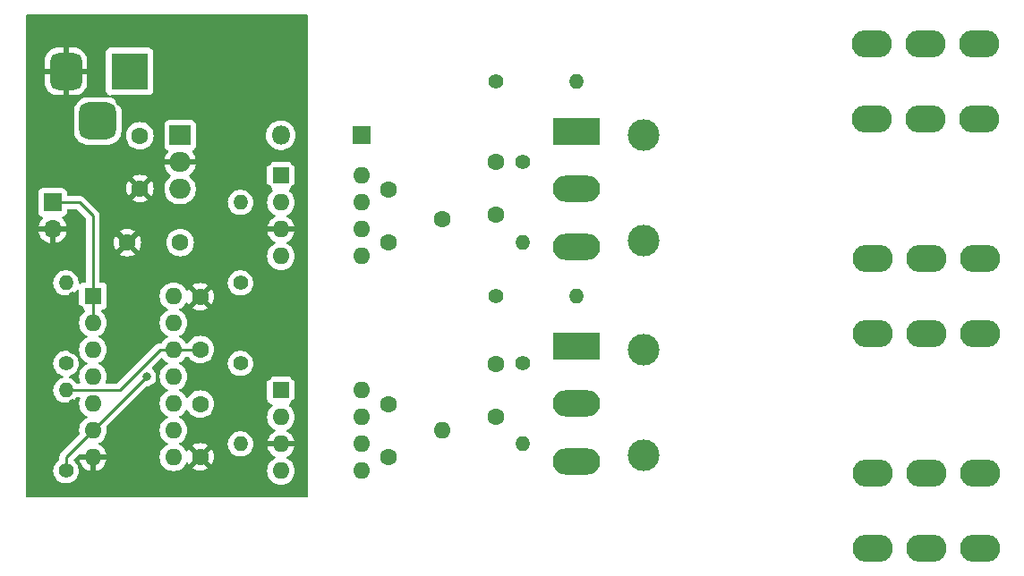
<source format=gbr>
%TF.GenerationSoftware,KiCad,Pcbnew,7.0.2*%
%TF.CreationDate,2023-10-17T20:48:40+09:00*%
%TF.ProjectId,Bridge,42726964-6765-42e6-9b69-6361645f7063,rev?*%
%TF.SameCoordinates,Original*%
%TF.FileFunction,Copper,L2,Bot*%
%TF.FilePolarity,Positive*%
%FSLAX46Y46*%
G04 Gerber Fmt 4.6, Leading zero omitted, Abs format (unit mm)*
G04 Created by KiCad (PCBNEW 7.0.2) date 2023-10-17 20:48:40*
%MOMM*%
%LPD*%
G01*
G04 APERTURE LIST*
G04 Aperture macros list*
%AMRoundRect*
0 Rectangle with rounded corners*
0 $1 Rounding radius*
0 $2 $3 $4 $5 $6 $7 $8 $9 X,Y pos of 4 corners*
0 Add a 4 corners polygon primitive as box body*
4,1,4,$2,$3,$4,$5,$6,$7,$8,$9,$2,$3,0*
0 Add four circle primitives for the rounded corners*
1,1,$1+$1,$2,$3*
1,1,$1+$1,$4,$5*
1,1,$1+$1,$6,$7*
1,1,$1+$1,$8,$9*
0 Add four rect primitives between the rounded corners*
20,1,$1+$1,$2,$3,$4,$5,0*
20,1,$1+$1,$4,$5,$6,$7,0*
20,1,$1+$1,$6,$7,$8,$9,0*
20,1,$1+$1,$8,$9,$2,$3,0*%
G04 Aperture macros list end*
%TA.AperFunction,ComponentPad*%
%ADD10O,4.500000X2.500000*%
%TD*%
%TA.AperFunction,ComponentPad*%
%ADD11R,4.500000X2.500000*%
%TD*%
%TA.AperFunction,ComponentPad*%
%ADD12R,1.700000X1.700000*%
%TD*%
%TA.AperFunction,ComponentPad*%
%ADD13O,1.700000X1.700000*%
%TD*%
%TA.AperFunction,ComponentPad*%
%ADD14R,2.000000X1.905000*%
%TD*%
%TA.AperFunction,ComponentPad*%
%ADD15O,2.000000X1.905000*%
%TD*%
%TA.AperFunction,ComponentPad*%
%ADD16R,1.600000X1.600000*%
%TD*%
%TA.AperFunction,ComponentPad*%
%ADD17O,1.600000X1.600000*%
%TD*%
%TA.AperFunction,ComponentPad*%
%ADD18C,1.400000*%
%TD*%
%TA.AperFunction,ComponentPad*%
%ADD19O,1.400000X1.400000*%
%TD*%
%TA.AperFunction,ComponentPad*%
%ADD20RoundRect,0.875000X-0.875000X-0.875000X0.875000X-0.875000X0.875000X0.875000X-0.875000X0.875000X0*%
%TD*%
%TA.AperFunction,ComponentPad*%
%ADD21RoundRect,0.750000X-0.750000X-1.000000X0.750000X-1.000000X0.750000X1.000000X-0.750000X1.000000X0*%
%TD*%
%TA.AperFunction,ComponentPad*%
%ADD22R,3.500000X3.500000*%
%TD*%
%TA.AperFunction,ComponentPad*%
%ADD23O,3.800000X2.600000*%
%TD*%
%TA.AperFunction,ComponentPad*%
%ADD24C,3.000000*%
%TD*%
%TA.AperFunction,ComponentPad*%
%ADD25R,1.800000X1.800000*%
%TD*%
%TA.AperFunction,ComponentPad*%
%ADD26O,1.800000X1.800000*%
%TD*%
%TA.AperFunction,ComponentPad*%
%ADD27C,1.600000*%
%TD*%
%TA.AperFunction,ViaPad*%
%ADD28C,0.800000*%
%TD*%
%TA.AperFunction,Conductor*%
%ADD29C,0.250000*%
%TD*%
G04 APERTURE END LIST*
D10*
%TO.P,Q2,3,S*%
%TO.N,GND*%
X157480000Y-117210000D03*
%TO.P,Q2,2,D*%
%TO.N,Net-(J2-Pin_1)*%
X157480000Y-111760000D03*
D11*
%TO.P,Q2,1,G*%
%TO.N,Net-(Q2-G)*%
X157480000Y-106310000D03*
%TD*%
D10*
%TO.P,Q1,3,S*%
%TO.N,Net-(J2-Pin_1)*%
X157480000Y-96890000D03*
%TO.P,Q1,2,D*%
%TO.N,Net-(J1-Pin_1)*%
X157480000Y-91440000D03*
D11*
%TO.P,Q1,1,G*%
%TO.N,Net-(Q1-G)*%
X157480000Y-85990000D03*
%TD*%
D12*
%TO.P,J4,1,Pin_1*%
%TO.N,Net-(J4-Pin_1)*%
X107950000Y-92710000D03*
D13*
%TO.P,J4,2,Pin_2*%
%TO.N,GND*%
X107950000Y-95250000D03*
%TD*%
D14*
%TO.P,U4,1,IN*%
%TO.N,+12V*%
X120015000Y-86360000D03*
D15*
%TO.P,U4,2,GND*%
%TO.N,GND*%
X120015000Y-88900000D03*
%TO.P,U4,3,OUT*%
%TO.N,+5V*%
X120015000Y-91440000D03*
%TD*%
D16*
%TO.P,U3,1,NC*%
%TO.N,unconnected-(U3-NC-Pad1)*%
X129550000Y-110500000D03*
D17*
%TO.P,U3,2,A*%
%TO.N,Net-(U3-A)*%
X129550000Y-113040000D03*
%TO.P,U3,3,C*%
%TO.N,GND*%
X129550000Y-115580000D03*
%TO.P,U3,4,NC*%
%TO.N,unconnected-(U3-NC-Pad4)*%
X129550000Y-118120000D03*
%TO.P,U3,5,VEE*%
%TO.N,GND*%
X137170000Y-118120000D03*
%TO.P,U3,6,VO*%
%TO.N,Net-(R4-Pad1)*%
X137170000Y-115580000D03*
%TO.P,U3,7,VO*%
X137170000Y-113040000D03*
%TO.P,U3,8,VCC*%
%TO.N,+12V*%
X137170000Y-110500000D03*
%TD*%
D16*
%TO.P,U2,1,NC*%
%TO.N,unconnected-(U2-NC-Pad1)*%
X129550000Y-90180000D03*
D17*
%TO.P,U2,2,A*%
%TO.N,Net-(U2-A)*%
X129550000Y-92720000D03*
%TO.P,U2,3,C*%
%TO.N,GND*%
X129550000Y-95260000D03*
%TO.P,U2,4,NC*%
%TO.N,unconnected-(U2-NC-Pad4)*%
X129550000Y-97800000D03*
%TO.P,U2,5,VEE*%
%TO.N,Net-(J2-Pin_1)*%
X137170000Y-97800000D03*
%TO.P,U2,6,VO*%
%TO.N,Net-(R3-Pad1)*%
X137170000Y-95260000D03*
%TO.P,U2,7,VO*%
X137170000Y-92720000D03*
%TO.P,U2,8,VCC*%
%TO.N,Net-(D1-K)*%
X137170000Y-90180000D03*
%TD*%
D16*
%TO.P,U1,1*%
%TO.N,Net-(J4-Pin_1)*%
X111770000Y-101595000D03*
D17*
%TO.P,U1,2*%
X111770000Y-104135000D03*
%TO.P,U1,3*%
%TO.N,Net-(R7-Pad1)*%
X111770000Y-106675000D03*
%TO.P,U1,4*%
X111770000Y-109215000D03*
%TO.P,U1,5*%
X111770000Y-111755000D03*
%TO.P,U1,6*%
%TO.N,Net-(R8-Pad1)*%
X111770000Y-114295000D03*
%TO.P,U1,7,GND*%
%TO.N,GND*%
X111770000Y-116835000D03*
%TO.P,U1,8*%
%TO.N,Net-(R5-Pad1)*%
X119390000Y-116835000D03*
%TO.P,U1,9*%
%TO.N,Net-(R7-Pad1)*%
X119390000Y-114295000D03*
%TO.P,U1,10*%
%TO.N,Net-(C6-Pad1)*%
X119390000Y-111755000D03*
%TO.P,U1,11*%
%TO.N,Net-(R6-Pad1)*%
X119390000Y-109215000D03*
%TO.P,U1,12*%
%TO.N,Net-(C7-Pad2)*%
X119390000Y-106675000D03*
%TO.P,U1,13*%
%TO.N,Net-(R8-Pad1)*%
X119390000Y-104135000D03*
%TO.P,U1,14,VCC*%
%TO.N,+5V*%
X119390000Y-101595000D03*
%TD*%
D18*
%TO.P,R8,1*%
%TO.N,Net-(R8-Pad1)*%
X109220000Y-118110000D03*
D19*
%TO.P,R8,2*%
%TO.N,Net-(C7-Pad2)*%
X109220000Y-110490000D03*
%TD*%
D18*
%TO.P,R7,1*%
%TO.N,Net-(R7-Pad1)*%
X109220000Y-107950000D03*
D19*
%TO.P,R7,2*%
%TO.N,Net-(C6-Pad1)*%
X109220000Y-100330000D03*
%TD*%
D18*
%TO.P,R6,1*%
%TO.N,Net-(R6-Pad1)*%
X125730000Y-107950000D03*
D19*
%TO.P,R6,2*%
%TO.N,Net-(U3-A)*%
X125730000Y-115570000D03*
%TD*%
D18*
%TO.P,R5,1*%
%TO.N,Net-(R5-Pad1)*%
X125730000Y-100330000D03*
D19*
%TO.P,R5,2*%
%TO.N,Net-(U2-A)*%
X125730000Y-92710000D03*
%TD*%
%TO.P,R4,2*%
%TO.N,Net-(Q2-G)*%
X157480000Y-101600000D03*
D18*
%TO.P,R4,1*%
%TO.N,Net-(R4-Pad1)*%
X149860000Y-101600000D03*
%TD*%
%TO.P,R3,1*%
%TO.N,Net-(R3-Pad1)*%
X149860000Y-81280000D03*
D19*
%TO.P,R3,2*%
%TO.N,Net-(Q1-G)*%
X157480000Y-81280000D03*
%TD*%
D18*
%TO.P,R2,1*%
%TO.N,Net-(C2-Pad2)*%
X152400000Y-107950000D03*
D19*
%TO.P,R2,2*%
%TO.N,GND*%
X152400000Y-115570000D03*
%TD*%
D18*
%TO.P,R1,1*%
%TO.N,Net-(C1-Pad2)*%
X152400000Y-88900000D03*
D19*
%TO.P,R1,2*%
%TO.N,Net-(J2-Pin_1)*%
X152400000Y-96520000D03*
%TD*%
D20*
%TO.P,J5,3*%
%TO.N,N/C*%
X112220000Y-85022500D03*
D21*
%TO.P,J5,2*%
%TO.N,GND*%
X109220000Y-80322500D03*
D22*
%TO.P,J5,1*%
%TO.N,+12V*%
X115220000Y-80322500D03*
%TD*%
D23*
%TO.P,J3,1,Pin_1*%
%TO.N,GND*%
X185500000Y-118370000D03*
X190580000Y-118370000D03*
X195660000Y-118370000D03*
X195660000Y-125476000D03*
X190580000Y-125482000D03*
X185500000Y-125482000D03*
%TD*%
%TO.P,J2,1,Pin_1*%
%TO.N,Net-(J2-Pin_1)*%
X185500000Y-98050000D03*
X190580000Y-98050000D03*
X195660000Y-98050000D03*
X195660000Y-105156000D03*
X190580000Y-105162000D03*
X185500000Y-105162000D03*
%TD*%
%TO.P,J1,1,Pin_1*%
%TO.N,Net-(J1-Pin_1)*%
X185420000Y-84842000D03*
X190500000Y-84842000D03*
X195580000Y-84836000D03*
X195580000Y-77730000D03*
X190500000Y-77730000D03*
X185420000Y-77730000D03*
%TD*%
D24*
%TO.P,HS2,2*%
%TO.N,GND*%
X163830000Y-116680000D03*
%TO.P,HS2,1*%
X163830000Y-106680000D03*
%TD*%
%TO.P,HS1,2*%
%TO.N,GND*%
X163830000Y-96360000D03*
%TO.P,HS1,1*%
X163830000Y-86360000D03*
%TD*%
D25*
%TO.P,D1,1,K*%
%TO.N,Net-(D1-K)*%
X137160000Y-86360000D03*
D26*
%TO.P,D1,2,A*%
%TO.N,+12V*%
X129540000Y-86360000D03*
%TD*%
D27*
%TO.P,C9,1*%
%TO.N,+5V*%
X120015000Y-96520000D03*
%TO.P,C9,2*%
%TO.N,GND*%
X115015000Y-96520000D03*
%TD*%
%TO.P,C8,1*%
%TO.N,+12V*%
X116205000Y-86400000D03*
%TO.P,C8,2*%
%TO.N,GND*%
X116205000Y-91400000D03*
%TD*%
%TO.P,C7,1*%
%TO.N,GND*%
X121920000Y-101640000D03*
%TO.P,C7,2*%
%TO.N,Net-(C7-Pad2)*%
X121920000Y-106640000D03*
%TD*%
%TO.P,C6,1*%
%TO.N,Net-(C6-Pad1)*%
X121920000Y-111800000D03*
%TO.P,C6,2*%
%TO.N,GND*%
X121920000Y-116800000D03*
%TD*%
%TO.P,C5,1*%
%TO.N,+12V*%
X139700000Y-111800000D03*
%TO.P,C5,2*%
%TO.N,GND*%
X139700000Y-116800000D03*
%TD*%
%TO.P,C4,1*%
%TO.N,Net-(D1-K)*%
X139700000Y-91480000D03*
%TO.P,C4,2*%
%TO.N,Net-(J2-Pin_1)*%
X139700000Y-96480000D03*
%TD*%
%TO.P,C3,1*%
%TO.N,Net-(J1-Pin_1)*%
X144780000Y-94300000D03*
D17*
%TO.P,C3,2*%
%TO.N,GND*%
X144780000Y-114300000D03*
%TD*%
D27*
%TO.P,C2,2*%
%TO.N,Net-(C2-Pad2)*%
X149860000Y-107990000D03*
%TO.P,C2,1*%
%TO.N,Net-(J2-Pin_1)*%
X149860000Y-112990000D03*
%TD*%
%TO.P,C1,1*%
%TO.N,Net-(J1-Pin_1)*%
X149860000Y-93900000D03*
%TO.P,C1,2*%
%TO.N,Net-(C1-Pad2)*%
X149860000Y-88900000D03*
%TD*%
D28*
%TO.N,GND*%
X121920000Y-84455000D03*
X121920000Y-83185000D03*
X118110000Y-84455000D03*
X118110000Y-83185000D03*
X127000000Y-91440000D03*
X124460000Y-91440000D03*
X124460000Y-93980000D03*
X127000000Y-93980000D03*
X107950000Y-90805000D03*
X109220000Y-90805000D03*
X110490000Y-91440000D03*
X111760000Y-92075000D03*
X113030000Y-93345000D03*
X113030000Y-95250000D03*
X113030000Y-97155000D03*
X110490000Y-97155000D03*
X110490000Y-95250000D03*
X109855000Y-93980000D03*
X127635000Y-113030000D03*
X126365000Y-113665000D03*
X123825000Y-116205000D03*
X125095000Y-117475000D03*
X126365000Y-117475000D03*
X127635000Y-118110000D03*
X127635000Y-116840000D03*
X127635000Y-115570000D03*
X118110000Y-118110000D03*
X118110000Y-115570000D03*
X116205000Y-115570000D03*
X114935000Y-114300000D03*
X113665000Y-114300000D03*
X113030000Y-115570000D03*
X109855000Y-114300000D03*
X108585000Y-115570000D03*
X107950000Y-116840000D03*
X110490000Y-113030000D03*
X109855000Y-111760000D03*
X107950000Y-111760000D03*
X107950000Y-109220000D03*
X107950000Y-106680000D03*
X109855000Y-106680000D03*
X110490000Y-105410000D03*
X110490000Y-102870000D03*
X109855000Y-101600000D03*
X107950000Y-101600000D03*
X107950000Y-99060000D03*
X110490000Y-99060000D03*
X113030000Y-99060000D03*
X114300000Y-99060000D03*
X115570000Y-99695000D03*
X116840000Y-100965000D03*
X116840000Y-102235000D03*
X116840000Y-103505000D03*
X118110000Y-102870000D03*
X118110000Y-100330000D03*
X120650000Y-100330000D03*
X120650000Y-102870000D03*
X120650000Y-105410000D03*
X123190000Y-105410000D03*
X124460000Y-106680000D03*
X125730000Y-106045000D03*
X125730000Y-104775000D03*
X125730000Y-103505000D03*
X125730000Y-102235000D03*
X124460000Y-101600000D03*
X124460000Y-99060000D03*
X127000000Y-99060000D03*
X127635000Y-100330000D03*
X128270000Y-101600000D03*
X128270000Y-102870000D03*
X128270000Y-104140000D03*
X128270000Y-105410000D03*
X128270000Y-106680000D03*
X128270000Y-107950000D03*
X128270000Y-109220000D03*
X127000000Y-111125000D03*
X125730000Y-112395000D03*
X124460000Y-113665000D03*
X123190000Y-114935000D03*
X128270000Y-99060000D03*
X128270000Y-96520000D03*
X128270000Y-93980000D03*
X128270000Y-91440000D03*
X128270000Y-88900000D03*
X128270000Y-87630000D03*
X127635000Y-86360000D03*
X128270000Y-84455000D03*
X127000000Y-83185000D03*
X125730000Y-81915000D03*
X124460000Y-81915000D03*
X123190000Y-81915000D03*
X121920000Y-81915000D03*
X118110000Y-81915000D03*
X116840000Y-83185000D03*
X115570000Y-83185000D03*
X114300000Y-83185000D03*
X112395000Y-81280000D03*
X112395000Y-80010000D03*
X112395000Y-78740000D03*
X113030000Y-77470000D03*
X114300000Y-77470000D03*
X115570000Y-77470000D03*
X116840000Y-77470000D03*
X118110000Y-77470000D03*
X118110000Y-78740000D03*
X119380000Y-78740000D03*
X120650000Y-78740000D03*
X121920000Y-78740000D03*
X123190000Y-78740000D03*
X124460000Y-78740000D03*
X125730000Y-78740000D03*
X127000000Y-78740000D03*
X128270000Y-80010000D03*
X129540000Y-81280000D03*
X130810000Y-77470000D03*
X130810000Y-78740000D03*
X130810000Y-80010000D03*
X130810000Y-81280000D03*
X130810000Y-82550000D03*
X130810000Y-87630000D03*
X130810000Y-88900000D03*
X130810000Y-91440000D03*
X130810000Y-93980000D03*
X130810000Y-96520000D03*
X130810000Y-100330000D03*
X130810000Y-99060000D03*
X130810000Y-101600000D03*
X130810000Y-102870000D03*
X130810000Y-104140000D03*
X130810000Y-105410000D03*
X130810000Y-106680000D03*
X130810000Y-107950000D03*
X130810000Y-109220000D03*
X130810000Y-111760000D03*
X130810000Y-114300000D03*
X130810000Y-116840000D03*
X130810000Y-119380000D03*
X128270000Y-119380000D03*
X127000000Y-119380000D03*
X125730000Y-119380000D03*
X124460000Y-119380000D03*
X123190000Y-119380000D03*
X120650000Y-119380000D03*
X121920000Y-119380000D03*
X119380000Y-119380000D03*
X118110000Y-119380000D03*
X116840000Y-119380000D03*
X115570000Y-119380000D03*
X114300000Y-119380000D03*
X113030000Y-119380000D03*
X111760000Y-119380000D03*
X110490000Y-119380000D03*
X107950000Y-119380000D03*
X106680000Y-118110000D03*
X106680000Y-115570000D03*
X106680000Y-113030000D03*
X106680000Y-110490000D03*
X106680000Y-107950000D03*
X106680000Y-105410000D03*
X106680000Y-102870000D03*
X106680000Y-100330000D03*
X106680000Y-97790000D03*
X106680000Y-90170000D03*
X106680000Y-87630000D03*
X106680000Y-85090000D03*
X106680000Y-82550000D03*
X106680000Y-80010000D03*
X106680000Y-77470000D03*
X107950000Y-76200000D03*
X110490000Y-76200000D03*
X113030000Y-76200000D03*
X115570000Y-76200000D03*
X118110000Y-76200000D03*
X120650000Y-76200000D03*
X123190000Y-76200000D03*
X125730000Y-76200000D03*
X128270000Y-76200000D03*
X130810000Y-76200000D03*
X129540000Y-76200000D03*
X127000000Y-76200000D03*
X124460000Y-76200000D03*
X121920000Y-76200000D03*
X119380000Y-76200000D03*
X116840000Y-76200000D03*
X114300000Y-76200000D03*
X111760000Y-76200000D03*
X109220000Y-76200000D03*
X106680000Y-88900000D03*
X106680000Y-86360000D03*
X106680000Y-83820000D03*
X106680000Y-81280000D03*
X106680000Y-78740000D03*
X106680000Y-76200000D03*
X106680000Y-99060000D03*
X106680000Y-101600000D03*
X106680000Y-104140000D03*
X106680000Y-106680000D03*
X106680000Y-109220000D03*
X106680000Y-111760000D03*
X106680000Y-114300000D03*
X106680000Y-116840000D03*
X106680000Y-119380000D03*
%TO.N,Net-(R8-Pad1)*%
X116840000Y-109220000D03*
%TD*%
D29*
%TO.N,Net-(J4-Pin_1)*%
X110490000Y-92710000D02*
X107950000Y-92710000D01*
X111770000Y-93990000D02*
X110490000Y-92710000D01*
X111770000Y-101595000D02*
X111770000Y-93990000D01*
X111770000Y-104135000D02*
X111770000Y-101595000D01*
%TO.N,Net-(R8-Pad1)*%
X116840000Y-109225000D02*
X116840000Y-109220000D01*
X111770000Y-114295000D02*
X116840000Y-109225000D01*
X109220000Y-116845000D02*
X111770000Y-114295000D01*
X109220000Y-118110000D02*
X109220000Y-116845000D01*
%TO.N,Net-(C7-Pad2)*%
X121885000Y-106675000D02*
X121920000Y-106640000D01*
X119390000Y-106675000D02*
X121885000Y-106675000D01*
X118115000Y-106675000D02*
X119390000Y-106675000D01*
X114300000Y-110490000D02*
X118115000Y-106675000D01*
X109220000Y-110490000D02*
X114300000Y-110490000D01*
%TD*%
%TA.AperFunction,Conductor*%
%TO.N,GND*%
G36*
X132023039Y-74949685D02*
G01*
X132068794Y-75002489D01*
X132080000Y-75054000D01*
X132080000Y-120526000D01*
X132060315Y-120593039D01*
X132007511Y-120638794D01*
X131956000Y-120650000D01*
X105534000Y-120650000D01*
X105466961Y-120630315D01*
X105421206Y-120577511D01*
X105410000Y-120526000D01*
X105410000Y-93604578D01*
X106599500Y-93604578D01*
X106599501Y-93607872D01*
X106599853Y-93611152D01*
X106599854Y-93611159D01*
X106604130Y-93650934D01*
X106605909Y-93667483D01*
X106656204Y-93802331D01*
X106742454Y-93917546D01*
X106857669Y-94003796D01*
X106989598Y-94053002D01*
X107045532Y-94094873D01*
X107069949Y-94160337D01*
X107055097Y-94228610D01*
X107033947Y-94256865D01*
X106911888Y-94378924D01*
X106776400Y-94572421D01*
X106676569Y-94786507D01*
X106619364Y-94999999D01*
X106619364Y-95000000D01*
X107516314Y-95000000D01*
X107490507Y-95040156D01*
X107450000Y-95178111D01*
X107450000Y-95321889D01*
X107490507Y-95459844D01*
X107516314Y-95500000D01*
X106619364Y-95500000D01*
X106676569Y-95713492D01*
X106776399Y-95927576D01*
X106911893Y-96121081D01*
X107078918Y-96288106D01*
X107272423Y-96423600D01*
X107486507Y-96523430D01*
X107699998Y-96580634D01*
X107699999Y-96580634D01*
X107699999Y-95685501D01*
X107807685Y-95734680D01*
X107914237Y-95750000D01*
X107985763Y-95750000D01*
X108092315Y-95734680D01*
X108200000Y-95685501D01*
X108200000Y-96580633D01*
X108413490Y-96523430D01*
X108627576Y-96423600D01*
X108821081Y-96288106D01*
X108988106Y-96121081D01*
X109123600Y-95927576D01*
X109223430Y-95713492D01*
X109280636Y-95500000D01*
X108383686Y-95500000D01*
X108409493Y-95459844D01*
X108450000Y-95321889D01*
X108450000Y-95178111D01*
X108409493Y-95040156D01*
X108383686Y-95000000D01*
X109280636Y-95000000D01*
X109280635Y-94999999D01*
X109223430Y-94786507D01*
X109123599Y-94572421D01*
X108988109Y-94378921D01*
X108866053Y-94256865D01*
X108832568Y-94195542D01*
X108837552Y-94125850D01*
X108879424Y-94069917D01*
X108910397Y-94053004D01*
X109042331Y-94003796D01*
X109157546Y-93917546D01*
X109243796Y-93802331D01*
X109294091Y-93667483D01*
X109300500Y-93607873D01*
X109300499Y-93459500D01*
X109320185Y-93392461D01*
X109372989Y-93346706D01*
X109424500Y-93335500D01*
X110179548Y-93335500D01*
X110246587Y-93355185D01*
X110267229Y-93371819D01*
X111108181Y-94212771D01*
X111141666Y-94274094D01*
X111144500Y-94300452D01*
X111144500Y-100170500D01*
X111124815Y-100237539D01*
X111072011Y-100283294D01*
X111020501Y-100294500D01*
X110925439Y-100294500D01*
X110925420Y-100294500D01*
X110922128Y-100294501D01*
X110918848Y-100294853D01*
X110918840Y-100294854D01*
X110862515Y-100300909D01*
X110727667Y-100351204D01*
X110624413Y-100428500D01*
X110558949Y-100452917D01*
X110490676Y-100438065D01*
X110441271Y-100388660D01*
X110426632Y-100340674D01*
X110422386Y-100294854D01*
X110405115Y-100108464D01*
X110382227Y-100028021D01*
X110344230Y-99894473D01*
X110245058Y-99695311D01*
X110110980Y-99517762D01*
X109946562Y-99367875D01*
X109757404Y-99250754D01*
X109696174Y-99227033D01*
X109549940Y-99170382D01*
X109331243Y-99129500D01*
X109108757Y-99129500D01*
X108890060Y-99170382D01*
X108682595Y-99250754D01*
X108493437Y-99367875D01*
X108329019Y-99517762D01*
X108194941Y-99695311D01*
X108095769Y-99894473D01*
X108034885Y-100108462D01*
X108014357Y-100329999D01*
X108034885Y-100551537D01*
X108095769Y-100765526D01*
X108194941Y-100964688D01*
X108329019Y-101142237D01*
X108493437Y-101292124D01*
X108682595Y-101409245D01*
X108682597Y-101409245D01*
X108682599Y-101409247D01*
X108890060Y-101489618D01*
X109108757Y-101530500D01*
X109108759Y-101530500D01*
X109331241Y-101530500D01*
X109331243Y-101530500D01*
X109549940Y-101489618D01*
X109757401Y-101409247D01*
X109946562Y-101292124D01*
X110110981Y-101142236D01*
X110170050Y-101064016D01*
X110246546Y-100962719D01*
X110302654Y-100921082D01*
X110372366Y-100916390D01*
X110433548Y-100950133D01*
X110466776Y-101011596D01*
X110469500Y-101037445D01*
X110469500Y-102439560D01*
X110469500Y-102439578D01*
X110469501Y-102442872D01*
X110475909Y-102502483D01*
X110526204Y-102637331D01*
X110612454Y-102752546D01*
X110727669Y-102838796D01*
X110862517Y-102889091D01*
X110897594Y-102892862D01*
X110962143Y-102919598D01*
X111001993Y-102976989D01*
X111004488Y-103046814D01*
X110968837Y-103106904D01*
X110955463Y-103117725D01*
X110930861Y-103134951D01*
X110769953Y-103295859D01*
X110639432Y-103482264D01*
X110543261Y-103688502D01*
X110484364Y-103908310D01*
X110464531Y-104134999D01*
X110484364Y-104361689D01*
X110543261Y-104581497D01*
X110639432Y-104787735D01*
X110769953Y-104974140D01*
X110930859Y-105135046D01*
X111117263Y-105265566D01*
X111117266Y-105265568D01*
X111175275Y-105292618D01*
X111227714Y-105338791D01*
X111246865Y-105405985D01*
X111226649Y-105472866D01*
X111175275Y-105517382D01*
X111117263Y-105544433D01*
X110930859Y-105674953D01*
X110769953Y-105835859D01*
X110639432Y-106022264D01*
X110543261Y-106228502D01*
X110484364Y-106448310D01*
X110464531Y-106675000D01*
X110484364Y-106901689D01*
X110543261Y-107121497D01*
X110639432Y-107327735D01*
X110769953Y-107514140D01*
X110930859Y-107675046D01*
X111007146Y-107728462D01*
X111117266Y-107805568D01*
X111175275Y-107832618D01*
X111227714Y-107878791D01*
X111246865Y-107945985D01*
X111226649Y-108012866D01*
X111175275Y-108057382D01*
X111117263Y-108084433D01*
X110930859Y-108214953D01*
X110769953Y-108375859D01*
X110639432Y-108562264D01*
X110543261Y-108768502D01*
X110484364Y-108988310D01*
X110464531Y-109215000D01*
X110484364Y-109441689D01*
X110543261Y-109661498D01*
X110555664Y-109688095D01*
X110566156Y-109757173D01*
X110537636Y-109820957D01*
X110479159Y-109859196D01*
X110443282Y-109864500D01*
X110313742Y-109864500D01*
X110246703Y-109844815D01*
X110214788Y-109815227D01*
X110110980Y-109677762D01*
X109946562Y-109527875D01*
X109757404Y-109410754D01*
X109722007Y-109397041D01*
X109563475Y-109335625D01*
X109508076Y-109293054D01*
X109484485Y-109227287D01*
X109500196Y-109159207D01*
X109550220Y-109110428D01*
X109563466Y-109104377D01*
X109757401Y-109029247D01*
X109946562Y-108912124D01*
X110110981Y-108762236D01*
X110245058Y-108584689D01*
X110344229Y-108385528D01*
X110346980Y-108375861D01*
X110367116Y-108305085D01*
X110405115Y-108171536D01*
X110425643Y-107950000D01*
X110405115Y-107728464D01*
X110379958Y-107640046D01*
X110344230Y-107514473D01*
X110245058Y-107315311D01*
X110110980Y-107137762D01*
X109946562Y-106987875D01*
X109757404Y-106870754D01*
X109696174Y-106847033D01*
X109549940Y-106790382D01*
X109331243Y-106749500D01*
X109108757Y-106749500D01*
X108890060Y-106790382D01*
X108682595Y-106870754D01*
X108493437Y-106987875D01*
X108329019Y-107137762D01*
X108194941Y-107315311D01*
X108095769Y-107514473D01*
X108034885Y-107728462D01*
X108014357Y-107950000D01*
X108034885Y-108171537D01*
X108095769Y-108385526D01*
X108194941Y-108584688D01*
X108329019Y-108762237D01*
X108493437Y-108912124D01*
X108616480Y-108988308D01*
X108682599Y-109029247D01*
X108876522Y-109104373D01*
X108931924Y-109146946D01*
X108955514Y-109212713D01*
X108939803Y-109280793D01*
X108889779Y-109329572D01*
X108876526Y-109335624D01*
X108858899Y-109342454D01*
X108682596Y-109410754D01*
X108493437Y-109527875D01*
X108329019Y-109677762D01*
X108194941Y-109855311D01*
X108095769Y-110054473D01*
X108034885Y-110268462D01*
X108014357Y-110489999D01*
X108034885Y-110711537D01*
X108095769Y-110925526D01*
X108194941Y-111124688D01*
X108329019Y-111302237D01*
X108493437Y-111452124D01*
X108682595Y-111569245D01*
X108682597Y-111569245D01*
X108682599Y-111569247D01*
X108890060Y-111649618D01*
X109108757Y-111690500D01*
X109108759Y-111690500D01*
X109331241Y-111690500D01*
X109331243Y-111690500D01*
X109549940Y-111649618D01*
X109757401Y-111569247D01*
X109946562Y-111452124D01*
X110054745Y-111353502D01*
X110110980Y-111302237D01*
X110118783Y-111291905D01*
X110214788Y-111164772D01*
X110270897Y-111123137D01*
X110313742Y-111115500D01*
X110438619Y-111115500D01*
X110505658Y-111135185D01*
X110551413Y-111187989D01*
X110561357Y-111257147D01*
X110551001Y-111291905D01*
X110543261Y-111308501D01*
X110484364Y-111528310D01*
X110464531Y-111754999D01*
X110484364Y-111981689D01*
X110543261Y-112201497D01*
X110639432Y-112407735D01*
X110769953Y-112594140D01*
X110930859Y-112755046D01*
X110995128Y-112800047D01*
X111117266Y-112885568D01*
X111175275Y-112912618D01*
X111227714Y-112958791D01*
X111246865Y-113025985D01*
X111226649Y-113092866D01*
X111175275Y-113137382D01*
X111117263Y-113164433D01*
X110930859Y-113294953D01*
X110769953Y-113455859D01*
X110639432Y-113642264D01*
X110543261Y-113848502D01*
X110484364Y-114068310D01*
X110464531Y-114294999D01*
X110484364Y-114521690D01*
X110502680Y-114590047D01*
X110501017Y-114659897D01*
X110470586Y-114709821D01*
X108836208Y-116344199D01*
X108820110Y-116357096D01*
X108772096Y-116408225D01*
X108769392Y-116411016D01*
X108752628Y-116427780D01*
X108752621Y-116427787D01*
X108749880Y-116430529D01*
X108747499Y-116433597D01*
X108747490Y-116433608D01*
X108747411Y-116433711D01*
X108739842Y-116442572D01*
X108709935Y-116474420D01*
X108700285Y-116491974D01*
X108689609Y-116508228D01*
X108677326Y-116524063D01*
X108659975Y-116564158D01*
X108654838Y-116574644D01*
X108633802Y-116612907D01*
X108628821Y-116632309D01*
X108622520Y-116650711D01*
X108614561Y-116669102D01*
X108607728Y-116712242D01*
X108605360Y-116723674D01*
X108594499Y-116765977D01*
X108594500Y-116786016D01*
X108592973Y-116805414D01*
X108589840Y-116825194D01*
X108593950Y-116868673D01*
X108594500Y-116880343D01*
X108594500Y-117016233D01*
X108574815Y-117083272D01*
X108535778Y-117121659D01*
X108493439Y-117147874D01*
X108329019Y-117297762D01*
X108194941Y-117475311D01*
X108095769Y-117674473D01*
X108034885Y-117888462D01*
X108014357Y-118110000D01*
X108034885Y-118331537D01*
X108095769Y-118545526D01*
X108194941Y-118744688D01*
X108329019Y-118922237D01*
X108493437Y-119072124D01*
X108682595Y-119189245D01*
X108682597Y-119189245D01*
X108682599Y-119189247D01*
X108890060Y-119269618D01*
X109108757Y-119310500D01*
X109108759Y-119310500D01*
X109331241Y-119310500D01*
X109331243Y-119310500D01*
X109549940Y-119269618D01*
X109757401Y-119189247D01*
X109946562Y-119072124D01*
X110110981Y-118922236D01*
X110245058Y-118744689D01*
X110344229Y-118545528D01*
X110405115Y-118331536D01*
X110425643Y-118110000D01*
X110405115Y-117888464D01*
X110382227Y-117808021D01*
X110344230Y-117674473D01*
X110245058Y-117475311D01*
X110110980Y-117297762D01*
X109966760Y-117166289D01*
X109930478Y-117106578D01*
X109932239Y-117036730D01*
X109962615Y-116986973D01*
X110336210Y-116613378D01*
X110397529Y-116579896D01*
X110467220Y-116584880D01*
X110467382Y-116585000D01*
X111454314Y-116585000D01*
X111442359Y-116596955D01*
X111384835Y-116709852D01*
X111365014Y-116835000D01*
X111384835Y-116960148D01*
X111442359Y-117073045D01*
X111454314Y-117085000D01*
X110491128Y-117085000D01*
X110543733Y-117281326D01*
X110639865Y-117487480D01*
X110770341Y-117673819D01*
X110931180Y-117834658D01*
X111117519Y-117965134D01*
X111323673Y-118061266D01*
X111519999Y-118113871D01*
X111520000Y-118113871D01*
X111519999Y-117150685D01*
X111531955Y-117162641D01*
X111644852Y-117220165D01*
X111738519Y-117235000D01*
X111801481Y-117235000D01*
X111895148Y-117220165D01*
X112008045Y-117162641D01*
X112020000Y-117150686D01*
X112020000Y-118113871D01*
X112216326Y-118061266D01*
X112422480Y-117965134D01*
X112608819Y-117834658D01*
X112769658Y-117673819D01*
X112900134Y-117487480D01*
X112996266Y-117281326D01*
X113048872Y-117085000D01*
X112085686Y-117085000D01*
X112097641Y-117073045D01*
X112155165Y-116960148D01*
X112174986Y-116835000D01*
X112155165Y-116709852D01*
X112097641Y-116596955D01*
X112085686Y-116585000D01*
X113048872Y-116585000D01*
X113048871Y-116584999D01*
X112996266Y-116388673D01*
X112900134Y-116182519D01*
X112769658Y-115996180D01*
X112608819Y-115835341D01*
X112422482Y-115704866D01*
X112364133Y-115677657D01*
X112311694Y-115631484D01*
X112292543Y-115564290D01*
X112312759Y-115497409D01*
X112364134Y-115452893D01*
X112422734Y-115425568D01*
X112609139Y-115295047D01*
X112770047Y-115134139D01*
X112900568Y-114947734D01*
X112996739Y-114741496D01*
X113055635Y-114521692D01*
X113075468Y-114295000D01*
X113055635Y-114068308D01*
X113037318Y-113999947D01*
X113038981Y-113930102D01*
X113069410Y-113880178D01*
X116792770Y-110156819D01*
X116854094Y-110123334D01*
X116880452Y-110120500D01*
X116934648Y-110120500D01*
X117058084Y-110094262D01*
X117119803Y-110081144D01*
X117292730Y-110004151D01*
X117445871Y-109892888D01*
X117572533Y-109752216D01*
X117667179Y-109588284D01*
X117725674Y-109408256D01*
X117745460Y-109220000D01*
X117725674Y-109031744D01*
X117667179Y-108851716D01*
X117667179Y-108851715D01*
X117572533Y-108687783D01*
X117445872Y-108547112D01*
X117378916Y-108498466D01*
X117336251Y-108443136D01*
X117330272Y-108373522D01*
X117362878Y-108311727D01*
X117364047Y-108310541D01*
X118190942Y-107483646D01*
X118252263Y-107450163D01*
X118321955Y-107455147D01*
X118377888Y-107497019D01*
X118380195Y-107500205D01*
X118389951Y-107514138D01*
X118550859Y-107675046D01*
X118627146Y-107728462D01*
X118737266Y-107805568D01*
X118795275Y-107832618D01*
X118847714Y-107878791D01*
X118866865Y-107945985D01*
X118846649Y-108012866D01*
X118795275Y-108057382D01*
X118737263Y-108084433D01*
X118550859Y-108214953D01*
X118389953Y-108375859D01*
X118259432Y-108562264D01*
X118163261Y-108768502D01*
X118104364Y-108988310D01*
X118084531Y-109215000D01*
X118104364Y-109441689D01*
X118163261Y-109661497D01*
X118259432Y-109867735D01*
X118389953Y-110054140D01*
X118550859Y-110215046D01*
X118627146Y-110268462D01*
X118737266Y-110345568D01*
X118795275Y-110372618D01*
X118847714Y-110418791D01*
X118866865Y-110485985D01*
X118846649Y-110552866D01*
X118795275Y-110597382D01*
X118737263Y-110624433D01*
X118550859Y-110754953D01*
X118389953Y-110915859D01*
X118259432Y-111102264D01*
X118163261Y-111308502D01*
X118104364Y-111528310D01*
X118084531Y-111755000D01*
X118104364Y-111981689D01*
X118163261Y-112201497D01*
X118259432Y-112407735D01*
X118389953Y-112594140D01*
X118550859Y-112755046D01*
X118615128Y-112800047D01*
X118737266Y-112885568D01*
X118795273Y-112912617D01*
X118847713Y-112958789D01*
X118866865Y-113025982D01*
X118846650Y-113092864D01*
X118795276Y-113137380D01*
X118737266Y-113164431D01*
X118550859Y-113294953D01*
X118389953Y-113455859D01*
X118259432Y-113642264D01*
X118163261Y-113848502D01*
X118104364Y-114068310D01*
X118084531Y-114294999D01*
X118104364Y-114521689D01*
X118163261Y-114741497D01*
X118259432Y-114947735D01*
X118389953Y-115134140D01*
X118550859Y-115295046D01*
X118617853Y-115341955D01*
X118737266Y-115425568D01*
X118795275Y-115452618D01*
X118847714Y-115498791D01*
X118866865Y-115565985D01*
X118846649Y-115632866D01*
X118795275Y-115677382D01*
X118737263Y-115704433D01*
X118550859Y-115834953D01*
X118389953Y-115995859D01*
X118259432Y-116182264D01*
X118163261Y-116388502D01*
X118104364Y-116608310D01*
X118084531Y-116834999D01*
X118104364Y-117061689D01*
X118163261Y-117281497D01*
X118259432Y-117487735D01*
X118389953Y-117674140D01*
X118550859Y-117835046D01*
X118737264Y-117965567D01*
X118737265Y-117965567D01*
X118737266Y-117965568D01*
X118943504Y-118061739D01*
X119163308Y-118120635D01*
X119390000Y-118140468D01*
X119616692Y-118120635D01*
X119619062Y-118120000D01*
X128244531Y-118120000D01*
X128264364Y-118346689D01*
X128323261Y-118566497D01*
X128419432Y-118772735D01*
X128549953Y-118959140D01*
X128710859Y-119120046D01*
X128897264Y-119250567D01*
X128897265Y-119250567D01*
X128897266Y-119250568D01*
X129103504Y-119346739D01*
X129323308Y-119405635D01*
X129474435Y-119418857D01*
X129549999Y-119425468D01*
X129549999Y-119425467D01*
X129550000Y-119425468D01*
X129776692Y-119405635D01*
X129996496Y-119346739D01*
X130202734Y-119250568D01*
X130389139Y-119120047D01*
X130550047Y-118959139D01*
X130680568Y-118772734D01*
X130776739Y-118566496D01*
X130835635Y-118346692D01*
X130855468Y-118120000D01*
X130835635Y-117893308D01*
X130776739Y-117673504D01*
X130680568Y-117467266D01*
X130649124Y-117422358D01*
X130550046Y-117280859D01*
X130389140Y-117119953D01*
X130202736Y-116989433D01*
X130197456Y-116986971D01*
X130144132Y-116962105D01*
X130091695Y-116915933D01*
X130072543Y-116848739D01*
X130092759Y-116781858D01*
X130144135Y-116737342D01*
X130202479Y-116710135D01*
X130388819Y-116579658D01*
X130549658Y-116418819D01*
X130680134Y-116232480D01*
X130776266Y-116026326D01*
X130828872Y-115830000D01*
X129865686Y-115830000D01*
X129877641Y-115818045D01*
X129935165Y-115705148D01*
X129954986Y-115580000D01*
X129935165Y-115454852D01*
X129877641Y-115341955D01*
X129865686Y-115330000D01*
X130828872Y-115330000D01*
X130828871Y-115329999D01*
X130776266Y-115133673D01*
X130680134Y-114927519D01*
X130549658Y-114741180D01*
X130388819Y-114580341D01*
X130202482Y-114449866D01*
X130144133Y-114422657D01*
X130091694Y-114376484D01*
X130072543Y-114309290D01*
X130092759Y-114242409D01*
X130144134Y-114197893D01*
X130202734Y-114170568D01*
X130389139Y-114040047D01*
X130550047Y-113879139D01*
X130680568Y-113692734D01*
X130776739Y-113486496D01*
X130835635Y-113266692D01*
X130855468Y-113040000D01*
X130835635Y-112813308D01*
X130776739Y-112593504D01*
X130680568Y-112387266D01*
X130677544Y-112382946D01*
X130550046Y-112200859D01*
X130389140Y-112039953D01*
X130364537Y-112022726D01*
X130320912Y-111968150D01*
X130313718Y-111898651D01*
X130345241Y-111836296D01*
X130405470Y-111800882D01*
X130422401Y-111797862D01*
X130457483Y-111794091D01*
X130592331Y-111743796D01*
X130707546Y-111657546D01*
X130793796Y-111542331D01*
X130844091Y-111407483D01*
X130850500Y-111347873D01*
X130850499Y-109652128D01*
X130844091Y-109592517D01*
X130793796Y-109457669D01*
X130707546Y-109342454D01*
X130592331Y-109256204D01*
X130457483Y-109205909D01*
X130397873Y-109199500D01*
X130394550Y-109199500D01*
X128705439Y-109199500D01*
X128705420Y-109199500D01*
X128702128Y-109199501D01*
X128698848Y-109199853D01*
X128698840Y-109199854D01*
X128642515Y-109205909D01*
X128507669Y-109256204D01*
X128392454Y-109342454D01*
X128306204Y-109457668D01*
X128255910Y-109592515D01*
X128255909Y-109592517D01*
X128249500Y-109652127D01*
X128249500Y-109655448D01*
X128249500Y-109655449D01*
X128249500Y-111344560D01*
X128249500Y-111344578D01*
X128249501Y-111347872D01*
X128255909Y-111407483D01*
X128306204Y-111542331D01*
X128392454Y-111657546D01*
X128507669Y-111743796D01*
X128642517Y-111794091D01*
X128677594Y-111797862D01*
X128742143Y-111824598D01*
X128781993Y-111881989D01*
X128784488Y-111951814D01*
X128748837Y-112011904D01*
X128735463Y-112022725D01*
X128710861Y-112039951D01*
X128549953Y-112200859D01*
X128419432Y-112387264D01*
X128323261Y-112593502D01*
X128264364Y-112813310D01*
X128244531Y-113040000D01*
X128264364Y-113266689D01*
X128323261Y-113486497D01*
X128419432Y-113692735D01*
X128549953Y-113879140D01*
X128710859Y-114040046D01*
X128897264Y-114170567D01*
X128897265Y-114170567D01*
X128897266Y-114170568D01*
X128955865Y-114197893D01*
X129008304Y-114244065D01*
X129027456Y-114311259D01*
X129007240Y-114378140D01*
X128955866Y-114422656D01*
X128897522Y-114449863D01*
X128711180Y-114580341D01*
X128550341Y-114741180D01*
X128419865Y-114927519D01*
X128323733Y-115133673D01*
X128271128Y-115329999D01*
X128271128Y-115330000D01*
X129234314Y-115330000D01*
X129222359Y-115341955D01*
X129164835Y-115454852D01*
X129145014Y-115580000D01*
X129164835Y-115705148D01*
X129222359Y-115818045D01*
X129234314Y-115830000D01*
X128271128Y-115830000D01*
X128323733Y-116026326D01*
X128419865Y-116232480D01*
X128550341Y-116418819D01*
X128711180Y-116579658D01*
X128897519Y-116710134D01*
X128955865Y-116737342D01*
X129008304Y-116783514D01*
X129027456Y-116850708D01*
X129007240Y-116917589D01*
X128955866Y-116962105D01*
X128897267Y-116989430D01*
X128710859Y-117119953D01*
X128549953Y-117280859D01*
X128419432Y-117467264D01*
X128323261Y-117673502D01*
X128264364Y-117893310D01*
X128244531Y-118120000D01*
X119619062Y-118120000D01*
X119836496Y-118061739D01*
X120042734Y-117965568D01*
X120229139Y-117835047D01*
X120390047Y-117674139D01*
X120520568Y-117487734D01*
X120551055Y-117422354D01*
X120597224Y-117369918D01*
X120664417Y-117350765D01*
X120731299Y-117370980D01*
X120775816Y-117422354D01*
X120789866Y-117452483D01*
X120840972Y-117525471D01*
X120840974Y-117525472D01*
X121522046Y-116844399D01*
X121534835Y-116925148D01*
X121592359Y-117038045D01*
X121681955Y-117127641D01*
X121794852Y-117185165D01*
X121875599Y-117197953D01*
X121194526Y-117879025D01*
X121194526Y-117879026D01*
X121267515Y-117930133D01*
X121473673Y-118026266D01*
X121693397Y-118085141D01*
X121920000Y-118104966D01*
X122146602Y-118085141D01*
X122366326Y-118026266D01*
X122572480Y-117930134D01*
X122645472Y-117879025D01*
X121964401Y-117197953D01*
X122045148Y-117185165D01*
X122158045Y-117127641D01*
X122247641Y-117038045D01*
X122305165Y-116925148D01*
X122317953Y-116844400D01*
X122999025Y-117525472D01*
X123050134Y-117452480D01*
X123146266Y-117246326D01*
X123205141Y-117026602D01*
X123224966Y-116800000D01*
X123205141Y-116573397D01*
X123146266Y-116353673D01*
X123050133Y-116147515D01*
X122999025Y-116074526D01*
X122317953Y-116755598D01*
X122305165Y-116674852D01*
X122247641Y-116561955D01*
X122158045Y-116472359D01*
X122045148Y-116414835D01*
X121964400Y-116402046D01*
X122645472Y-115720974D01*
X122645471Y-115720972D01*
X122572484Y-115669866D01*
X122366326Y-115573733D01*
X122352394Y-115570000D01*
X124524357Y-115570000D01*
X124544885Y-115791537D01*
X124605769Y-116005526D01*
X124704941Y-116204688D01*
X124839019Y-116382237D01*
X125003437Y-116532124D01*
X125192595Y-116649245D01*
X125192597Y-116649245D01*
X125192599Y-116649247D01*
X125400060Y-116729618D01*
X125618757Y-116770500D01*
X125618759Y-116770500D01*
X125841241Y-116770500D01*
X125841243Y-116770500D01*
X126059940Y-116729618D01*
X126267401Y-116649247D01*
X126456562Y-116532124D01*
X126571022Y-116427780D01*
X126620980Y-116382237D01*
X126638366Y-116359214D01*
X126755058Y-116204689D01*
X126854229Y-116005528D01*
X126856980Y-115995861D01*
X126902651Y-115835341D01*
X126915115Y-115791536D01*
X126935643Y-115570000D01*
X126915115Y-115348464D01*
X126867183Y-115180000D01*
X126854230Y-115134473D01*
X126755058Y-114935311D01*
X126620980Y-114757762D01*
X126456562Y-114607875D01*
X126267404Y-114490754D01*
X126206174Y-114467033D01*
X126059940Y-114410382D01*
X125841243Y-114369500D01*
X125618757Y-114369500D01*
X125400059Y-114410381D01*
X125400060Y-114410382D01*
X125192595Y-114490754D01*
X125003437Y-114607875D01*
X124839019Y-114757762D01*
X124704941Y-114935311D01*
X124605769Y-115134473D01*
X124544885Y-115348462D01*
X124524357Y-115570000D01*
X122352394Y-115570000D01*
X122146602Y-115514858D01*
X121920000Y-115495033D01*
X121693397Y-115514858D01*
X121473672Y-115573733D01*
X121267516Y-115669865D01*
X121194527Y-115720973D01*
X121194526Y-115720973D01*
X121875600Y-116402046D01*
X121794852Y-116414835D01*
X121681955Y-116472359D01*
X121592359Y-116561955D01*
X121534835Y-116674852D01*
X121522046Y-116755599D01*
X120840973Y-116074526D01*
X120840973Y-116074527D01*
X120789866Y-116147515D01*
X120759496Y-116212644D01*
X120713323Y-116265083D01*
X120646129Y-116284234D01*
X120579248Y-116264018D01*
X120534733Y-116212643D01*
X120520568Y-116182266D01*
X120445129Y-116074527D01*
X120390046Y-115995859D01*
X120229140Y-115834953D01*
X120042736Y-115704433D01*
X119984723Y-115677381D01*
X119932284Y-115631208D01*
X119913133Y-115564014D01*
X119933349Y-115497133D01*
X119984721Y-115452619D01*
X120042734Y-115425568D01*
X120229139Y-115295047D01*
X120390047Y-115134139D01*
X120520568Y-114947734D01*
X120616739Y-114741496D01*
X120675635Y-114521692D01*
X120695468Y-114295000D01*
X120692995Y-114266739D01*
X120684582Y-114170568D01*
X120675635Y-114068308D01*
X120616739Y-113848504D01*
X120520568Y-113642266D01*
X120411499Y-113486497D01*
X120390046Y-113455859D01*
X120229140Y-113294953D01*
X120042733Y-113164431D01*
X119984725Y-113137382D01*
X119932285Y-113091210D01*
X119913133Y-113024017D01*
X119933348Y-112957135D01*
X119984725Y-112912618D01*
X120042734Y-112885568D01*
X120229139Y-112755047D01*
X120390047Y-112594139D01*
X120520568Y-112407734D01*
X120532127Y-112382945D01*
X120578294Y-112330510D01*
X120645487Y-112311356D01*
X120712369Y-112331570D01*
X120756889Y-112382946D01*
X120789433Y-112452736D01*
X120919953Y-112639140D01*
X121080859Y-112800046D01*
X121267264Y-112930567D01*
X121267265Y-112930567D01*
X121267266Y-112930568D01*
X121473504Y-113026739D01*
X121693308Y-113085635D01*
X121920000Y-113105468D01*
X122146692Y-113085635D01*
X122366496Y-113026739D01*
X122572734Y-112930568D01*
X122759139Y-112800047D01*
X122920047Y-112639139D01*
X123050568Y-112452734D01*
X123146739Y-112246496D01*
X123205635Y-112026692D01*
X123225468Y-111800000D01*
X123205635Y-111573308D01*
X123146739Y-111353504D01*
X123050568Y-111147266D01*
X123032040Y-111120804D01*
X122920046Y-110960859D01*
X122759140Y-110799953D01*
X122572735Y-110669432D01*
X122366497Y-110573261D01*
X122146689Y-110514364D01*
X121920000Y-110494531D01*
X121693310Y-110514364D01*
X121473502Y-110573261D01*
X121267264Y-110669432D01*
X121080859Y-110799953D01*
X120919953Y-110960859D01*
X120789429Y-111147268D01*
X120777871Y-111172055D01*
X120731697Y-111224493D01*
X120664503Y-111243643D01*
X120597623Y-111223425D01*
X120553109Y-111172051D01*
X120549715Y-111164773D01*
X120520568Y-111102266D01*
X120396816Y-110925528D01*
X120390046Y-110915859D01*
X120229140Y-110754953D01*
X120042733Y-110624431D01*
X119984725Y-110597382D01*
X119932285Y-110551210D01*
X119913133Y-110484017D01*
X119933348Y-110417135D01*
X119984725Y-110372618D01*
X120042734Y-110345568D01*
X120229139Y-110215047D01*
X120390047Y-110054139D01*
X120520568Y-109867734D01*
X120616739Y-109661496D01*
X120675635Y-109441692D01*
X120695468Y-109215000D01*
X120675635Y-108988308D01*
X120616739Y-108768504D01*
X120520568Y-108562266D01*
X120509958Y-108547112D01*
X120390046Y-108375859D01*
X120229140Y-108214953D01*
X120042733Y-108084431D01*
X119984725Y-108057382D01*
X119932285Y-108011210D01*
X119914838Y-107949999D01*
X124524357Y-107949999D01*
X124544885Y-108171537D01*
X124605769Y-108385526D01*
X124704941Y-108584688D01*
X124839019Y-108762237D01*
X125003437Y-108912124D01*
X125192595Y-109029245D01*
X125192597Y-109029245D01*
X125192599Y-109029247D01*
X125400060Y-109109618D01*
X125618757Y-109150500D01*
X125618759Y-109150500D01*
X125841241Y-109150500D01*
X125841243Y-109150500D01*
X126059940Y-109109618D01*
X126267401Y-109029247D01*
X126456562Y-108912124D01*
X126620981Y-108762236D01*
X126755058Y-108584689D01*
X126854229Y-108385528D01*
X126856980Y-108375861D01*
X126877116Y-108305085D01*
X126915115Y-108171536D01*
X126935643Y-107950000D01*
X126915115Y-107728464D01*
X126889958Y-107640046D01*
X126854230Y-107514473D01*
X126755058Y-107315311D01*
X126620980Y-107137762D01*
X126456562Y-106987875D01*
X126267404Y-106870754D01*
X126206174Y-106847033D01*
X126059940Y-106790382D01*
X125841243Y-106749500D01*
X125618757Y-106749500D01*
X125400059Y-106790382D01*
X125400060Y-106790382D01*
X125192595Y-106870754D01*
X125003437Y-106987875D01*
X124839019Y-107137762D01*
X124704941Y-107315311D01*
X124605769Y-107514473D01*
X124544885Y-107728462D01*
X124524357Y-107949999D01*
X119914838Y-107949999D01*
X119913133Y-107944017D01*
X119933348Y-107877135D01*
X119984725Y-107832618D01*
X120042734Y-107805568D01*
X120229139Y-107675047D01*
X120390047Y-107514139D01*
X120450468Y-107427847D01*
X120502613Y-107353377D01*
X120557189Y-107309752D01*
X120604188Y-107300500D01*
X120730319Y-107300500D01*
X120797358Y-107320185D01*
X120831894Y-107353377D01*
X120919953Y-107479140D01*
X121080859Y-107640046D01*
X121267264Y-107770567D01*
X121267265Y-107770567D01*
X121267266Y-107770568D01*
X121473504Y-107866739D01*
X121693308Y-107925635D01*
X121920000Y-107945468D01*
X122146692Y-107925635D01*
X122366496Y-107866739D01*
X122572734Y-107770568D01*
X122759139Y-107640047D01*
X122920047Y-107479139D01*
X123050568Y-107292734D01*
X123146739Y-107086496D01*
X123205635Y-106866692D01*
X123225468Y-106640000D01*
X123205635Y-106413308D01*
X123146739Y-106193504D01*
X123050568Y-105987266D01*
X122920047Y-105800861D01*
X122920046Y-105800859D01*
X122759140Y-105639953D01*
X122572735Y-105509432D01*
X122366497Y-105413261D01*
X122146689Y-105354364D01*
X121920000Y-105334531D01*
X121693310Y-105354364D01*
X121473502Y-105413261D01*
X121267264Y-105509432D01*
X121080859Y-105639953D01*
X120919953Y-105800859D01*
X120783209Y-105996153D01*
X120779815Y-105993777D01*
X120747655Y-106030325D01*
X120681415Y-106049500D01*
X120604188Y-106049500D01*
X120537149Y-106029815D01*
X120502613Y-105996623D01*
X120390046Y-105835859D01*
X120229140Y-105674953D01*
X120042733Y-105544431D01*
X119984725Y-105517382D01*
X119932285Y-105471210D01*
X119913133Y-105404017D01*
X119933348Y-105337135D01*
X119984725Y-105292618D01*
X120042734Y-105265568D01*
X120229139Y-105135047D01*
X120390047Y-104974139D01*
X120520568Y-104787734D01*
X120616739Y-104581496D01*
X120675635Y-104361692D01*
X120695468Y-104135000D01*
X120675635Y-103908308D01*
X120616739Y-103688504D01*
X120520568Y-103482266D01*
X120390047Y-103295861D01*
X120390046Y-103295859D01*
X120229140Y-103134953D01*
X120042736Y-103004433D01*
X119984723Y-102977381D01*
X119932284Y-102931208D01*
X119913133Y-102864014D01*
X119933349Y-102797133D01*
X119984721Y-102752619D01*
X120042734Y-102725568D01*
X120229139Y-102595047D01*
X120390047Y-102434139D01*
X120520568Y-102247734D01*
X120532402Y-102222355D01*
X120578572Y-102169918D01*
X120645765Y-102150765D01*
X120712646Y-102170980D01*
X120757165Y-102222356D01*
X120789866Y-102292483D01*
X120840972Y-102365471D01*
X120840974Y-102365472D01*
X121522046Y-101684399D01*
X121534835Y-101765148D01*
X121592359Y-101878045D01*
X121681955Y-101967641D01*
X121794852Y-102025165D01*
X121875599Y-102037953D01*
X121194526Y-102719025D01*
X121194526Y-102719026D01*
X121267515Y-102770133D01*
X121473673Y-102866266D01*
X121693397Y-102925141D01*
X121920000Y-102944966D01*
X122146602Y-102925141D01*
X122366326Y-102866266D01*
X122572480Y-102770134D01*
X122645472Y-102719025D01*
X121964401Y-102037953D01*
X122045148Y-102025165D01*
X122158045Y-101967641D01*
X122247641Y-101878045D01*
X122305165Y-101765148D01*
X122317953Y-101684400D01*
X122999025Y-102365472D01*
X123050134Y-102292480D01*
X123146266Y-102086326D01*
X123205141Y-101866602D01*
X123224966Y-101640000D01*
X123205141Y-101413397D01*
X123146266Y-101193673D01*
X123050133Y-100987515D01*
X122999025Y-100914526D01*
X122317953Y-101595598D01*
X122305165Y-101514852D01*
X122247641Y-101401955D01*
X122158045Y-101312359D01*
X122045148Y-101254835D01*
X121964400Y-101242046D01*
X122645472Y-100560974D01*
X122645471Y-100560972D01*
X122572484Y-100509866D01*
X122366326Y-100413733D01*
X122146602Y-100354858D01*
X121920000Y-100335033D01*
X121693397Y-100354858D01*
X121473672Y-100413733D01*
X121267516Y-100509865D01*
X121194527Y-100560973D01*
X121194526Y-100560973D01*
X121875600Y-101242046D01*
X121794852Y-101254835D01*
X121681955Y-101312359D01*
X121592359Y-101401955D01*
X121534835Y-101514852D01*
X121522046Y-101595599D01*
X120840973Y-100914526D01*
X120840973Y-100914527D01*
X120789865Y-100987517D01*
X120778148Y-101012644D01*
X120731975Y-101065082D01*
X120664781Y-101084233D01*
X120597900Y-101064016D01*
X120553385Y-101012642D01*
X120520567Y-100942264D01*
X120390046Y-100755859D01*
X120229140Y-100594953D01*
X120042735Y-100464432D01*
X119836497Y-100368261D01*
X119693704Y-100330000D01*
X124524357Y-100330000D01*
X124544885Y-100551537D01*
X124605769Y-100765526D01*
X124704941Y-100964688D01*
X124839019Y-101142237D01*
X125003437Y-101292124D01*
X125192595Y-101409245D01*
X125192597Y-101409245D01*
X125192599Y-101409247D01*
X125400060Y-101489618D01*
X125618757Y-101530500D01*
X125618759Y-101530500D01*
X125841241Y-101530500D01*
X125841243Y-101530500D01*
X126059940Y-101489618D01*
X126267401Y-101409247D01*
X126456562Y-101292124D01*
X126620981Y-101142236D01*
X126755058Y-100964689D01*
X126854229Y-100765528D01*
X126856980Y-100755861D01*
X126877116Y-100685085D01*
X126915115Y-100551536D01*
X126935643Y-100330000D01*
X126915115Y-100108464D01*
X126892227Y-100028021D01*
X126854230Y-99894473D01*
X126755058Y-99695311D01*
X126620980Y-99517762D01*
X126456562Y-99367875D01*
X126267404Y-99250754D01*
X126206174Y-99227033D01*
X126059940Y-99170382D01*
X125841243Y-99129500D01*
X125618757Y-99129500D01*
X125400060Y-99170382D01*
X125192595Y-99250754D01*
X125003437Y-99367875D01*
X124839019Y-99517762D01*
X124704941Y-99695311D01*
X124605769Y-99894473D01*
X124544885Y-100108462D01*
X124524357Y-100330000D01*
X119693704Y-100330000D01*
X119616689Y-100309364D01*
X119390000Y-100289531D01*
X119163310Y-100309364D01*
X118943502Y-100368261D01*
X118737264Y-100464432D01*
X118550859Y-100594953D01*
X118389953Y-100755859D01*
X118259432Y-100942264D01*
X118163261Y-101148502D01*
X118104364Y-101368310D01*
X118084531Y-101595000D01*
X118104364Y-101821689D01*
X118163261Y-102041497D01*
X118259432Y-102247735D01*
X118389953Y-102434140D01*
X118550859Y-102595046D01*
X118727923Y-102719026D01*
X118737266Y-102725568D01*
X118795275Y-102752618D01*
X118847714Y-102798791D01*
X118866865Y-102865985D01*
X118846649Y-102932866D01*
X118795275Y-102977382D01*
X118737263Y-103004433D01*
X118550859Y-103134953D01*
X118389953Y-103295859D01*
X118259432Y-103482264D01*
X118163261Y-103688502D01*
X118104364Y-103908310D01*
X118084531Y-104135000D01*
X118104364Y-104361689D01*
X118163261Y-104581497D01*
X118259432Y-104787735D01*
X118389953Y-104974140D01*
X118550859Y-105135046D01*
X118737263Y-105265566D01*
X118737266Y-105265568D01*
X118795275Y-105292618D01*
X118847714Y-105338791D01*
X118866865Y-105405985D01*
X118846649Y-105472866D01*
X118795275Y-105517382D01*
X118737263Y-105544433D01*
X118550859Y-105674953D01*
X118389953Y-105835859D01*
X118279020Y-105994290D01*
X118224443Y-106037915D01*
X118181341Y-106047106D01*
X118111253Y-106049308D01*
X118107111Y-106049439D01*
X118103219Y-106049500D01*
X118075650Y-106049500D01*
X118071794Y-106049986D01*
X118071791Y-106049987D01*
X118071735Y-106049994D01*
X118071662Y-106050003D01*
X118060043Y-106050917D01*
X118016372Y-106052289D01*
X117997128Y-106057880D01*
X117978084Y-106061824D01*
X117958208Y-106064335D01*
X117917600Y-106080413D01*
X117906554Y-106084194D01*
X117864610Y-106096382D01*
X117864607Y-106096383D01*
X117847365Y-106106579D01*
X117829904Y-106115133D01*
X117811267Y-106122512D01*
X117775931Y-106148185D01*
X117766174Y-106154595D01*
X117728580Y-106176829D01*
X117714413Y-106190996D01*
X117699624Y-106203626D01*
X117683413Y-106215404D01*
X117655572Y-106249058D01*
X117647711Y-106257697D01*
X114077228Y-109828181D01*
X114015905Y-109861666D01*
X113989547Y-109864500D01*
X113096718Y-109864500D01*
X113029679Y-109844815D01*
X112983924Y-109792011D01*
X112973980Y-109722853D01*
X112984336Y-109688095D01*
X112996738Y-109661498D01*
X112996737Y-109661498D01*
X112996739Y-109661496D01*
X113055635Y-109441692D01*
X113075468Y-109215000D01*
X113055635Y-108988308D01*
X112996739Y-108768504D01*
X112900568Y-108562266D01*
X112889958Y-108547112D01*
X112770046Y-108375859D01*
X112609140Y-108214953D01*
X112422733Y-108084431D01*
X112364725Y-108057382D01*
X112312285Y-108011210D01*
X112293133Y-107944017D01*
X112313348Y-107877135D01*
X112364725Y-107832618D01*
X112422734Y-107805568D01*
X112609139Y-107675047D01*
X112770047Y-107514139D01*
X112900568Y-107327734D01*
X112996739Y-107121496D01*
X113055635Y-106901692D01*
X113075468Y-106675000D01*
X113055635Y-106448308D01*
X112996739Y-106228504D01*
X112900568Y-106022266D01*
X112880980Y-105994290D01*
X112770046Y-105835859D01*
X112609140Y-105674953D01*
X112422733Y-105544431D01*
X112364725Y-105517382D01*
X112312285Y-105471210D01*
X112293133Y-105404017D01*
X112313348Y-105337135D01*
X112364725Y-105292618D01*
X112422734Y-105265568D01*
X112609139Y-105135047D01*
X112770047Y-104974139D01*
X112900568Y-104787734D01*
X112996739Y-104581496D01*
X113055635Y-104361692D01*
X113075468Y-104135000D01*
X113055635Y-103908308D01*
X112996739Y-103688504D01*
X112900568Y-103482266D01*
X112770047Y-103295861D01*
X112770046Y-103295859D01*
X112609140Y-103134953D01*
X112584537Y-103117726D01*
X112540912Y-103063150D01*
X112533718Y-102993651D01*
X112565241Y-102931296D01*
X112625470Y-102895882D01*
X112642401Y-102892862D01*
X112677483Y-102889091D01*
X112812331Y-102838796D01*
X112927546Y-102752546D01*
X113013796Y-102637331D01*
X113064091Y-102502483D01*
X113070500Y-102442873D01*
X113070499Y-100747128D01*
X113064091Y-100687517D01*
X113013796Y-100552669D01*
X112927546Y-100437454D01*
X112812331Y-100351204D01*
X112677483Y-100300909D01*
X112617873Y-100294500D01*
X112614551Y-100294500D01*
X112519500Y-100294500D01*
X112452461Y-100274815D01*
X112406706Y-100222011D01*
X112395500Y-100170500D01*
X112395500Y-96520000D01*
X113710033Y-96520000D01*
X113729858Y-96746602D01*
X113788733Y-96966326D01*
X113884866Y-97172484D01*
X113935972Y-97245471D01*
X113935974Y-97245472D01*
X114617046Y-96564399D01*
X114629835Y-96645148D01*
X114687359Y-96758045D01*
X114776955Y-96847641D01*
X114889852Y-96905165D01*
X114970599Y-96917953D01*
X114289526Y-97599025D01*
X114289526Y-97599026D01*
X114362515Y-97650133D01*
X114568673Y-97746266D01*
X114788397Y-97805141D01*
X115015000Y-97824966D01*
X115241602Y-97805141D01*
X115461326Y-97746266D01*
X115667480Y-97650134D01*
X115740472Y-97599025D01*
X115059401Y-96917953D01*
X115140148Y-96905165D01*
X115253045Y-96847641D01*
X115342641Y-96758045D01*
X115400165Y-96645148D01*
X115412953Y-96564400D01*
X116094025Y-97245472D01*
X116145134Y-97172480D01*
X116241266Y-96966326D01*
X116300141Y-96746602D01*
X116319966Y-96520000D01*
X116319966Y-96519999D01*
X118709531Y-96519999D01*
X118729364Y-96746689D01*
X118788261Y-96966497D01*
X118884432Y-97172735D01*
X119014953Y-97359140D01*
X119175859Y-97520046D01*
X119362264Y-97650567D01*
X119362265Y-97650567D01*
X119362266Y-97650568D01*
X119568504Y-97746739D01*
X119788308Y-97805635D01*
X120015000Y-97825468D01*
X120241692Y-97805635D01*
X120262722Y-97800000D01*
X128244531Y-97800000D01*
X128264364Y-98026689D01*
X128323261Y-98246497D01*
X128419432Y-98452735D01*
X128549953Y-98639140D01*
X128710859Y-98800046D01*
X128897264Y-98930567D01*
X128897265Y-98930567D01*
X128897266Y-98930568D01*
X129103504Y-99026739D01*
X129323308Y-99085635D01*
X129550000Y-99105468D01*
X129776692Y-99085635D01*
X129996496Y-99026739D01*
X130202734Y-98930568D01*
X130389139Y-98800047D01*
X130550047Y-98639139D01*
X130680568Y-98452734D01*
X130776739Y-98246496D01*
X130835635Y-98026692D01*
X130855468Y-97800000D01*
X130835635Y-97573308D01*
X130776739Y-97353504D01*
X130680568Y-97147266D01*
X130553994Y-96966497D01*
X130550046Y-96960859D01*
X130389140Y-96799953D01*
X130202736Y-96669433D01*
X130150657Y-96645148D01*
X130144132Y-96642105D01*
X130091695Y-96595933D01*
X130072543Y-96528739D01*
X130092759Y-96461858D01*
X130144135Y-96417342D01*
X130202479Y-96390135D01*
X130388819Y-96259658D01*
X130549658Y-96098819D01*
X130680134Y-95912480D01*
X130776266Y-95706326D01*
X130828872Y-95510000D01*
X129865686Y-95510000D01*
X129877641Y-95498045D01*
X129935165Y-95385148D01*
X129954986Y-95260000D01*
X129935165Y-95134852D01*
X129877641Y-95021955D01*
X129865686Y-95010000D01*
X130828872Y-95010000D01*
X130828871Y-95009999D01*
X130776266Y-94813673D01*
X130680134Y-94607519D01*
X130549658Y-94421180D01*
X130388819Y-94260341D01*
X130202482Y-94129866D01*
X130144133Y-94102657D01*
X130091694Y-94056484D01*
X130072543Y-93989290D01*
X130092759Y-93922409D01*
X130144134Y-93877893D01*
X130202734Y-93850568D01*
X130389139Y-93720047D01*
X130550047Y-93559139D01*
X130680568Y-93372734D01*
X130776739Y-93166496D01*
X130835635Y-92946692D01*
X130855468Y-92720000D01*
X130835635Y-92493308D01*
X130776739Y-92273504D01*
X130680568Y-92067266D01*
X130651439Y-92025664D01*
X130550046Y-91880859D01*
X130389140Y-91719953D01*
X130364537Y-91702726D01*
X130320912Y-91648150D01*
X130313718Y-91578651D01*
X130345241Y-91516296D01*
X130405470Y-91480882D01*
X130422401Y-91477862D01*
X130457483Y-91474091D01*
X130592331Y-91423796D01*
X130707546Y-91337546D01*
X130793796Y-91222331D01*
X130844091Y-91087483D01*
X130850500Y-91027873D01*
X130850499Y-89332128D01*
X130844091Y-89272517D01*
X130793796Y-89137669D01*
X130707546Y-89022454D01*
X130592331Y-88936204D01*
X130457483Y-88885909D01*
X130397873Y-88879500D01*
X130394550Y-88879500D01*
X128705439Y-88879500D01*
X128705420Y-88879500D01*
X128702128Y-88879501D01*
X128698848Y-88879853D01*
X128698840Y-88879854D01*
X128642515Y-88885909D01*
X128507669Y-88936204D01*
X128392454Y-89022454D01*
X128306204Y-89137668D01*
X128255910Y-89272515D01*
X128255909Y-89272517D01*
X128249500Y-89332127D01*
X128249500Y-89335448D01*
X128249500Y-89335449D01*
X128249500Y-91024560D01*
X128249500Y-91024578D01*
X128249501Y-91027872D01*
X128249853Y-91031152D01*
X128249854Y-91031159D01*
X128255329Y-91082087D01*
X128255909Y-91087483D01*
X128306204Y-91222331D01*
X128392454Y-91337546D01*
X128507669Y-91423796D01*
X128642517Y-91474091D01*
X128677594Y-91477862D01*
X128742143Y-91504598D01*
X128781993Y-91561989D01*
X128784488Y-91631814D01*
X128748837Y-91691904D01*
X128735463Y-91702725D01*
X128710861Y-91719951D01*
X128549953Y-91880859D01*
X128419432Y-92067264D01*
X128323261Y-92273502D01*
X128264364Y-92493310D01*
X128244531Y-92720000D01*
X128264364Y-92946689D01*
X128323261Y-93166497D01*
X128419432Y-93372735D01*
X128549953Y-93559140D01*
X128710859Y-93720046D01*
X128897264Y-93850567D01*
X128897265Y-93850567D01*
X128897266Y-93850568D01*
X128955865Y-93877893D01*
X129008304Y-93924065D01*
X129027456Y-93991259D01*
X129007240Y-94058140D01*
X128955866Y-94102656D01*
X128897522Y-94129863D01*
X128711180Y-94260341D01*
X128550341Y-94421180D01*
X128419865Y-94607519D01*
X128323733Y-94813673D01*
X128271128Y-95009999D01*
X128271128Y-95010000D01*
X129234314Y-95010000D01*
X129222359Y-95021955D01*
X129164835Y-95134852D01*
X129145014Y-95260000D01*
X129164835Y-95385148D01*
X129222359Y-95498045D01*
X129234314Y-95510000D01*
X128271128Y-95510000D01*
X128323733Y-95706326D01*
X128419865Y-95912480D01*
X128550341Y-96098819D01*
X128711180Y-96259658D01*
X128897519Y-96390134D01*
X128955865Y-96417342D01*
X129008304Y-96463514D01*
X129027456Y-96530708D01*
X129007240Y-96597589D01*
X128955866Y-96642105D01*
X128897267Y-96669430D01*
X128710859Y-96799953D01*
X128549953Y-96960859D01*
X128419432Y-97147264D01*
X128323261Y-97353502D01*
X128264364Y-97573310D01*
X128244531Y-97800000D01*
X120262722Y-97800000D01*
X120461496Y-97746739D01*
X120667734Y-97650568D01*
X120854139Y-97520047D01*
X121015047Y-97359139D01*
X121145568Y-97172734D01*
X121241739Y-96966496D01*
X121300635Y-96746692D01*
X121320468Y-96520000D01*
X121300635Y-96293308D01*
X121241739Y-96073504D01*
X121145568Y-95867266D01*
X121094636Y-95794526D01*
X121015046Y-95680859D01*
X120854140Y-95519953D01*
X120667735Y-95389432D01*
X120461497Y-95293261D01*
X120241689Y-95234364D01*
X120015000Y-95214531D01*
X119788310Y-95234364D01*
X119568502Y-95293261D01*
X119362264Y-95389432D01*
X119175859Y-95519953D01*
X119014953Y-95680859D01*
X118884432Y-95867264D01*
X118788261Y-96073502D01*
X118729364Y-96293310D01*
X118709531Y-96519999D01*
X116319966Y-96519999D01*
X116300141Y-96293397D01*
X116241266Y-96073673D01*
X116145133Y-95867515D01*
X116094025Y-95794526D01*
X115412953Y-96475598D01*
X115400165Y-96394852D01*
X115342641Y-96281955D01*
X115253045Y-96192359D01*
X115140148Y-96134835D01*
X115059400Y-96122046D01*
X115740472Y-95440974D01*
X115740471Y-95440972D01*
X115667484Y-95389866D01*
X115461326Y-95293733D01*
X115241602Y-95234858D01*
X115015000Y-95215033D01*
X114788397Y-95234858D01*
X114568672Y-95293733D01*
X114362516Y-95389865D01*
X114289527Y-95440973D01*
X114289526Y-95440973D01*
X114970600Y-96122046D01*
X114889852Y-96134835D01*
X114776955Y-96192359D01*
X114687359Y-96281955D01*
X114629835Y-96394852D01*
X114617046Y-96475599D01*
X113935973Y-95794526D01*
X113935973Y-95794527D01*
X113884865Y-95867516D01*
X113788733Y-96073672D01*
X113729858Y-96293397D01*
X113710033Y-96520000D01*
X112395500Y-96520000D01*
X112395500Y-94072739D01*
X112397763Y-94052238D01*
X112395561Y-93982143D01*
X112395500Y-93978249D01*
X112395500Y-93954544D01*
X112395500Y-93950650D01*
X112394998Y-93946681D01*
X112394080Y-93935024D01*
X112393736Y-93924065D01*
X112392709Y-93891372D01*
X112387119Y-93872134D01*
X112383174Y-93853082D01*
X112382856Y-93850568D01*
X112380664Y-93833208D01*
X112364578Y-93792581D01*
X112360805Y-93781560D01*
X112348617Y-93739610D01*
X112338421Y-93722369D01*
X112329863Y-93704902D01*
X112322486Y-93686268D01*
X112296798Y-93650912D01*
X112290409Y-93641184D01*
X112268170Y-93603579D01*
X112254006Y-93589415D01*
X112241369Y-93574620D01*
X112229595Y-93558414D01*
X112229594Y-93558413D01*
X112195935Y-93530568D01*
X112187305Y-93522714D01*
X110990802Y-92326211D01*
X110977906Y-92310113D01*
X110926775Y-92262098D01*
X110923978Y-92259387D01*
X110907227Y-92242636D01*
X110904471Y-92239880D01*
X110901326Y-92237440D01*
X110901290Y-92237412D01*
X110892422Y-92229837D01*
X110860582Y-92199938D01*
X110843024Y-92190285D01*
X110826764Y-92179604D01*
X110810936Y-92167327D01*
X110770851Y-92149980D01*
X110760361Y-92144841D01*
X110722091Y-92123802D01*
X110702691Y-92118821D01*
X110684284Y-92112519D01*
X110665897Y-92104562D01*
X110622758Y-92097729D01*
X110611324Y-92095361D01*
X110569019Y-92084500D01*
X110548984Y-92084500D01*
X110529586Y-92082973D01*
X110522162Y-92081797D01*
X110509805Y-92079840D01*
X110509804Y-92079840D01*
X110476751Y-92082964D01*
X110466325Y-92083950D01*
X110454656Y-92084500D01*
X109424499Y-92084500D01*
X109357460Y-92064815D01*
X109311705Y-92012011D01*
X109300499Y-91960500D01*
X109300499Y-91815439D01*
X109300499Y-91812128D01*
X109294091Y-91752517D01*
X109243796Y-91617669D01*
X109157546Y-91502454D01*
X109042331Y-91416204D01*
X108998886Y-91400000D01*
X114900033Y-91400000D01*
X114919858Y-91626602D01*
X114978733Y-91846326D01*
X115074866Y-92052484D01*
X115125972Y-92125471D01*
X115125974Y-92125472D01*
X115807045Y-91444399D01*
X115819835Y-91525148D01*
X115877359Y-91638045D01*
X115966955Y-91727641D01*
X116079852Y-91785165D01*
X116160599Y-91797953D01*
X115479526Y-92479025D01*
X115479526Y-92479026D01*
X115552515Y-92530133D01*
X115758673Y-92626266D01*
X115978397Y-92685141D01*
X116205000Y-92704966D01*
X116431602Y-92685141D01*
X116651326Y-92626266D01*
X116857480Y-92530134D01*
X116930472Y-92479025D01*
X116249401Y-91797953D01*
X116330148Y-91785165D01*
X116443045Y-91727641D01*
X116532641Y-91638045D01*
X116590165Y-91525148D01*
X116602953Y-91444401D01*
X117284025Y-92125472D01*
X117335134Y-92052480D01*
X117431266Y-91846326D01*
X117490141Y-91626602D01*
X117495933Y-91560398D01*
X118514499Y-91560398D01*
X118554134Y-91797915D01*
X118609950Y-91960500D01*
X118632321Y-92025664D01*
X118746928Y-92237439D01*
X118894829Y-92427463D01*
X119071990Y-92590551D01*
X119273578Y-92722255D01*
X119494095Y-92818983D01*
X119727524Y-92878095D01*
X119907400Y-92893000D01*
X119909970Y-92893000D01*
X120120030Y-92893000D01*
X120122600Y-92893000D01*
X120302476Y-92878095D01*
X120535905Y-92818983D01*
X120756422Y-92722255D01*
X120775180Y-92710000D01*
X124524357Y-92710000D01*
X124525493Y-92722255D01*
X124544885Y-92931537D01*
X124605769Y-93145526D01*
X124704941Y-93344688D01*
X124839019Y-93522237D01*
X125003437Y-93672124D01*
X125192595Y-93789245D01*
X125192597Y-93789245D01*
X125192599Y-93789247D01*
X125400060Y-93869618D01*
X125618757Y-93910500D01*
X125618759Y-93910500D01*
X125841241Y-93910500D01*
X125841243Y-93910500D01*
X126059940Y-93869618D01*
X126267401Y-93789247D01*
X126456562Y-93672124D01*
X126620981Y-93522236D01*
X126755058Y-93344689D01*
X126854229Y-93145528D01*
X126915115Y-92931536D01*
X126935643Y-92710000D01*
X126915115Y-92488464D01*
X126863804Y-92308123D01*
X126854230Y-92274473D01*
X126755058Y-92075311D01*
X126620980Y-91897762D01*
X126456562Y-91747875D01*
X126267404Y-91630754D01*
X126160739Y-91589432D01*
X126059940Y-91550382D01*
X125841243Y-91509500D01*
X125618757Y-91509500D01*
X125400060Y-91550382D01*
X125192595Y-91630754D01*
X125003437Y-91747875D01*
X124839019Y-91897762D01*
X124704941Y-92075311D01*
X124605769Y-92274473D01*
X124544885Y-92488462D01*
X124544884Y-92488464D01*
X124544885Y-92488464D01*
X124524357Y-92710000D01*
X120775180Y-92710000D01*
X120958010Y-92590551D01*
X121135171Y-92427463D01*
X121283072Y-92237439D01*
X121397679Y-92025664D01*
X121475866Y-91797913D01*
X121515500Y-91560399D01*
X121515500Y-91319601D01*
X121475866Y-91082087D01*
X121397679Y-90854336D01*
X121283072Y-90642561D01*
X121135171Y-90452537D01*
X120958010Y-90289449D01*
X120958007Y-90289447D01*
X120958006Y-90289446D01*
X120933613Y-90273509D01*
X120888256Y-90220362D01*
X120878833Y-90151131D01*
X120908336Y-90087796D01*
X120933614Y-90065892D01*
X120957700Y-90050155D01*
X121134801Y-89887122D01*
X121282651Y-89697164D01*
X121397219Y-89485460D01*
X121475380Y-89257792D01*
X121493367Y-89150000D01*
X120509852Y-89150000D01*
X120558559Y-89012953D01*
X120568877Y-88862114D01*
X120538116Y-88714085D01*
X120504910Y-88650000D01*
X121493366Y-88650000D01*
X121493366Y-88649999D01*
X121475380Y-88542207D01*
X121397219Y-88314539D01*
X121282651Y-88102835D01*
X121171675Y-87960253D01*
X121146032Y-87895259D01*
X121159598Y-87826719D01*
X121208067Y-87776394D01*
X121226189Y-87767910D01*
X121257331Y-87756296D01*
X121372546Y-87670046D01*
X121458796Y-87554831D01*
X121509091Y-87419983D01*
X121515500Y-87360373D01*
X121515499Y-86359999D01*
X128134699Y-86359999D01*
X128153865Y-86591299D01*
X128153865Y-86591301D01*
X128153866Y-86591305D01*
X128210843Y-86816300D01*
X128210844Y-86816303D01*
X128302199Y-87024569D01*
X128304076Y-87028849D01*
X128431021Y-87223153D01*
X128588216Y-87393913D01*
X128771374Y-87536470D01*
X128975497Y-87646936D01*
X129085258Y-87684616D01*
X129195015Y-87722297D01*
X129195017Y-87722297D01*
X129195019Y-87722298D01*
X129423951Y-87760500D01*
X129423952Y-87760500D01*
X129656048Y-87760500D01*
X129656049Y-87760500D01*
X129884981Y-87722298D01*
X130104503Y-87646936D01*
X130308626Y-87536470D01*
X130491784Y-87393913D01*
X130648979Y-87223153D01*
X130775924Y-87028849D01*
X130869157Y-86816300D01*
X130926134Y-86591305D01*
X130945300Y-86360000D01*
X130926134Y-86128695D01*
X130869157Y-85903700D01*
X130775924Y-85691151D01*
X130648979Y-85496847D01*
X130491784Y-85326087D01*
X130308626Y-85183530D01*
X130104503Y-85073064D01*
X130104499Y-85073062D01*
X130104498Y-85073062D01*
X129884984Y-84997702D01*
X129681242Y-84963704D01*
X129656049Y-84959500D01*
X129423951Y-84959500D01*
X129398758Y-84963704D01*
X129195015Y-84997702D01*
X128975501Y-85073062D01*
X128975497Y-85073063D01*
X128975497Y-85073064D01*
X128899180Y-85114365D01*
X128771372Y-85183531D01*
X128588215Y-85326087D01*
X128431020Y-85496848D01*
X128304076Y-85691150D01*
X128210844Y-85903696D01*
X128210842Y-85903700D01*
X128210843Y-85903700D01*
X128174315Y-86047947D01*
X128153865Y-86128700D01*
X128134699Y-86359999D01*
X121515499Y-86359999D01*
X121515499Y-85359628D01*
X121509091Y-85300017D01*
X121458796Y-85165169D01*
X121372546Y-85049954D01*
X121257331Y-84963704D01*
X121122483Y-84913409D01*
X121062873Y-84907000D01*
X121059550Y-84907000D01*
X118970439Y-84907000D01*
X118970420Y-84907000D01*
X118967128Y-84907001D01*
X118963848Y-84907353D01*
X118963840Y-84907354D01*
X118907515Y-84913409D01*
X118772669Y-84963704D01*
X118657454Y-85049954D01*
X118571204Y-85165168D01*
X118520910Y-85300015D01*
X118520909Y-85300017D01*
X118514500Y-85359627D01*
X118514500Y-85362948D01*
X118514500Y-85362949D01*
X118514500Y-87357060D01*
X118514500Y-87357078D01*
X118514501Y-87360372D01*
X118514853Y-87363652D01*
X118514854Y-87363659D01*
X118518766Y-87400046D01*
X118520909Y-87419983D01*
X118571204Y-87554831D01*
X118657454Y-87670046D01*
X118772669Y-87756296D01*
X118803805Y-87767909D01*
X118859738Y-87809779D01*
X118884155Y-87875243D01*
X118869304Y-87943516D01*
X118858325Y-87960252D01*
X118747347Y-88102836D01*
X118632780Y-88314539D01*
X118554619Y-88542207D01*
X118536633Y-88649999D01*
X118536634Y-88650000D01*
X119520148Y-88650000D01*
X119471441Y-88787047D01*
X119461123Y-88937886D01*
X119491884Y-89085915D01*
X119525090Y-89150000D01*
X118536633Y-89150000D01*
X118554619Y-89257792D01*
X118632780Y-89485460D01*
X118747348Y-89697164D01*
X118895201Y-89887126D01*
X119072294Y-90050153D01*
X119096385Y-90065892D01*
X119141742Y-90119038D01*
X119151166Y-90188269D01*
X119121665Y-90251605D01*
X119096388Y-90273508D01*
X119071992Y-90289446D01*
X118894829Y-90452536D01*
X118746929Y-90642559D01*
X118632319Y-90854340D01*
X118554134Y-91082084D01*
X118514499Y-91319601D01*
X118514499Y-91560398D01*
X117495933Y-91560398D01*
X117509966Y-91400000D01*
X117490141Y-91173397D01*
X117431266Y-90953673D01*
X117335133Y-90747515D01*
X117284025Y-90674526D01*
X116602953Y-91355597D01*
X116590165Y-91274852D01*
X116532641Y-91161955D01*
X116443045Y-91072359D01*
X116330148Y-91014835D01*
X116249400Y-91002046D01*
X116930472Y-90320974D01*
X116930471Y-90320972D01*
X116857484Y-90269866D01*
X116651326Y-90173733D01*
X116431602Y-90114858D01*
X116205000Y-90095033D01*
X115978397Y-90114858D01*
X115758672Y-90173733D01*
X115552516Y-90269865D01*
X115479527Y-90320973D01*
X115479526Y-90320973D01*
X116160600Y-91002046D01*
X116079852Y-91014835D01*
X115966955Y-91072359D01*
X115877359Y-91161955D01*
X115819835Y-91274852D01*
X115807046Y-91355600D01*
X115125973Y-90674526D01*
X115125973Y-90674527D01*
X115074865Y-90747516D01*
X114978733Y-90953672D01*
X114919858Y-91173397D01*
X114900033Y-91400000D01*
X108998886Y-91400000D01*
X108907483Y-91365909D01*
X108847873Y-91359500D01*
X108844550Y-91359500D01*
X107055439Y-91359500D01*
X107055420Y-91359500D01*
X107052128Y-91359501D01*
X107048848Y-91359853D01*
X107048840Y-91359854D01*
X106992515Y-91365909D01*
X106857669Y-91416204D01*
X106742454Y-91502454D01*
X106656204Y-91617668D01*
X106605910Y-91752515D01*
X106605909Y-91752517D01*
X106599500Y-91812127D01*
X106599500Y-91815448D01*
X106599500Y-91815449D01*
X106599500Y-93604560D01*
X106599500Y-93604578D01*
X105410000Y-93604578D01*
X105410000Y-85991122D01*
X109969500Y-85991122D01*
X109969586Y-85992747D01*
X109969587Y-85992772D01*
X109972067Y-86039459D01*
X109972067Y-86039466D01*
X109972295Y-86043741D01*
X109973107Y-86047940D01*
X109973108Y-86047947D01*
X110016754Y-86273622D01*
X110016755Y-86273626D01*
X110099426Y-86492690D01*
X110217930Y-86694632D01*
X110368858Y-86873642D01*
X110547868Y-87024570D01*
X110749810Y-87143074D01*
X110968874Y-87225745D01*
X111198759Y-87270205D01*
X111251378Y-87273000D01*
X111253022Y-87273000D01*
X113186978Y-87273000D01*
X113188622Y-87273000D01*
X113241241Y-87270205D01*
X113471126Y-87225745D01*
X113690190Y-87143074D01*
X113892132Y-87024570D01*
X114071142Y-86873642D01*
X114222070Y-86694632D01*
X114340574Y-86492690D01*
X114375554Y-86400000D01*
X114899531Y-86400000D01*
X114919364Y-86626689D01*
X114978261Y-86846497D01*
X115074432Y-87052735D01*
X115204953Y-87239140D01*
X115365859Y-87400046D01*
X115552264Y-87530567D01*
X115552265Y-87530567D01*
X115552266Y-87530568D01*
X115758504Y-87626739D01*
X115978308Y-87685635D01*
X116129435Y-87698857D01*
X116204999Y-87705468D01*
X116204999Y-87705467D01*
X116205000Y-87705468D01*
X116431692Y-87685635D01*
X116651496Y-87626739D01*
X116857734Y-87530568D01*
X117044139Y-87400047D01*
X117205047Y-87239139D01*
X117335568Y-87052734D01*
X117431739Y-86846496D01*
X117490635Y-86626692D01*
X117510468Y-86400000D01*
X117490635Y-86173308D01*
X117431739Y-85953504D01*
X117335568Y-85747266D01*
X117296277Y-85691151D01*
X117205046Y-85560859D01*
X117044140Y-85399953D01*
X116857735Y-85269432D01*
X116651497Y-85173261D01*
X116431689Y-85114364D01*
X116204999Y-85094531D01*
X115978310Y-85114364D01*
X115758502Y-85173261D01*
X115552264Y-85269432D01*
X115365859Y-85399953D01*
X115204953Y-85560859D01*
X115074432Y-85747264D01*
X114978261Y-85953502D01*
X114919364Y-86173310D01*
X114899531Y-86400000D01*
X114375554Y-86400000D01*
X114423245Y-86273626D01*
X114467705Y-86043741D01*
X114470500Y-85991122D01*
X114470500Y-84053878D01*
X114467705Y-84001259D01*
X114423245Y-83771374D01*
X114340574Y-83552310D01*
X114222070Y-83350368D01*
X114071142Y-83171358D01*
X113892132Y-83020430D01*
X113690190Y-82901926D01*
X113471126Y-82819255D01*
X113471121Y-82819254D01*
X113468475Y-82818742D01*
X113464974Y-82816934D01*
X113461251Y-82815529D01*
X113461414Y-82815095D01*
X113406395Y-82786682D01*
X113371503Y-82726148D01*
X113374876Y-82656360D01*
X113415445Y-82599475D01*
X113480328Y-82573552D01*
X113492007Y-82572999D01*
X117017872Y-82572999D01*
X117077483Y-82566591D01*
X117212331Y-82516296D01*
X117327546Y-82430046D01*
X117413796Y-82314831D01*
X117464091Y-82179983D01*
X117470500Y-82120373D01*
X117470499Y-78524628D01*
X117464091Y-78465017D01*
X117413796Y-78330169D01*
X117327546Y-78214954D01*
X117212331Y-78128704D01*
X117077483Y-78078409D01*
X117077482Y-78078408D01*
X117021166Y-78072354D01*
X117021165Y-78072353D01*
X117017873Y-78072000D01*
X117014550Y-78072000D01*
X113425439Y-78072000D01*
X113425420Y-78072000D01*
X113422128Y-78072001D01*
X113418848Y-78072353D01*
X113418840Y-78072354D01*
X113362515Y-78078409D01*
X113227669Y-78128704D01*
X113112454Y-78214954D01*
X113026204Y-78330168D01*
X112975909Y-78465016D01*
X112970195Y-78518167D01*
X112969500Y-78524627D01*
X112969500Y-78527948D01*
X112969500Y-78527949D01*
X112969500Y-82117060D01*
X112969500Y-82117078D01*
X112969501Y-82120372D01*
X112975909Y-82179983D01*
X113026204Y-82314831D01*
X113112454Y-82430046D01*
X113227669Y-82516296D01*
X113274940Y-82533927D01*
X113330873Y-82575796D01*
X113355291Y-82641261D01*
X113340440Y-82709534D01*
X113291035Y-82758940D01*
X113225033Y-82773934D01*
X113190242Y-82772086D01*
X113190240Y-82772085D01*
X113188622Y-82772000D01*
X111251378Y-82772000D01*
X111249753Y-82772086D01*
X111249727Y-82772087D01*
X111203040Y-82774567D01*
X111203031Y-82774568D01*
X111198759Y-82774795D01*
X111194561Y-82775606D01*
X111194552Y-82775608D01*
X110968877Y-82819254D01*
X110749807Y-82901927D01*
X110547868Y-83020430D01*
X110368858Y-83171358D01*
X110217930Y-83350368D01*
X110099427Y-83552307D01*
X110016754Y-83771377D01*
X109973108Y-83997052D01*
X109973106Y-83997061D01*
X109972295Y-84001259D01*
X109972068Y-84005531D01*
X109972067Y-84005540D01*
X109969587Y-84052227D01*
X109969586Y-84052253D01*
X109969500Y-84053878D01*
X109969500Y-85991122D01*
X105410000Y-85991122D01*
X105410000Y-80072500D01*
X107220000Y-80072500D01*
X108720000Y-80072500D01*
X108720000Y-80572500D01*
X107220001Y-80572500D01*
X107220001Y-81384244D01*
X107220192Y-81389125D01*
X107230400Y-81518831D01*
X107285377Y-81737018D01*
X107378430Y-81941879D01*
X107506565Y-82126832D01*
X107665667Y-82285934D01*
X107850620Y-82414069D01*
X108055481Y-82507122D01*
X108273668Y-82562099D01*
X108403374Y-82572308D01*
X108408254Y-82572499D01*
X108969999Y-82572499D01*
X108970000Y-82572498D01*
X108970000Y-81756186D01*
X109010156Y-81781993D01*
X109148111Y-81822500D01*
X109291889Y-81822500D01*
X109429844Y-81781993D01*
X109470000Y-81756186D01*
X109470000Y-82572499D01*
X110031744Y-82572499D01*
X110036625Y-82572307D01*
X110166331Y-82562099D01*
X110384518Y-82507122D01*
X110589379Y-82414069D01*
X110774332Y-82285934D01*
X110933434Y-82126832D01*
X111061569Y-81941879D01*
X111154622Y-81737018D01*
X111209599Y-81518831D01*
X111219808Y-81389125D01*
X111220000Y-81384245D01*
X111220000Y-80572500D01*
X109720000Y-80572500D01*
X109720000Y-80072500D01*
X111219999Y-80072500D01*
X111219999Y-79260755D01*
X111219807Y-79255874D01*
X111209599Y-79126168D01*
X111154622Y-78907981D01*
X111061569Y-78703120D01*
X110933434Y-78518167D01*
X110774332Y-78359065D01*
X110589379Y-78230930D01*
X110384518Y-78137877D01*
X110166331Y-78082900D01*
X110036625Y-78072691D01*
X110031746Y-78072500D01*
X109470000Y-78072500D01*
X109470000Y-78888813D01*
X109429844Y-78863007D01*
X109291889Y-78822500D01*
X109148111Y-78822500D01*
X109010156Y-78863007D01*
X108970000Y-78888813D01*
X108970000Y-78072500D01*
X108408255Y-78072500D01*
X108403374Y-78072692D01*
X108273668Y-78082900D01*
X108055481Y-78137877D01*
X107850620Y-78230930D01*
X107665667Y-78359065D01*
X107506565Y-78518167D01*
X107378430Y-78703120D01*
X107285377Y-78907981D01*
X107230400Y-79126168D01*
X107220191Y-79255874D01*
X107220000Y-79260754D01*
X107220000Y-80072500D01*
X105410000Y-80072500D01*
X105410000Y-75054000D01*
X105429685Y-74986961D01*
X105482489Y-74941206D01*
X105534000Y-74930000D01*
X131956000Y-74930000D01*
X132023039Y-74949685D01*
G37*
%TD.AperFunction*%
%TD*%
M02*

</source>
